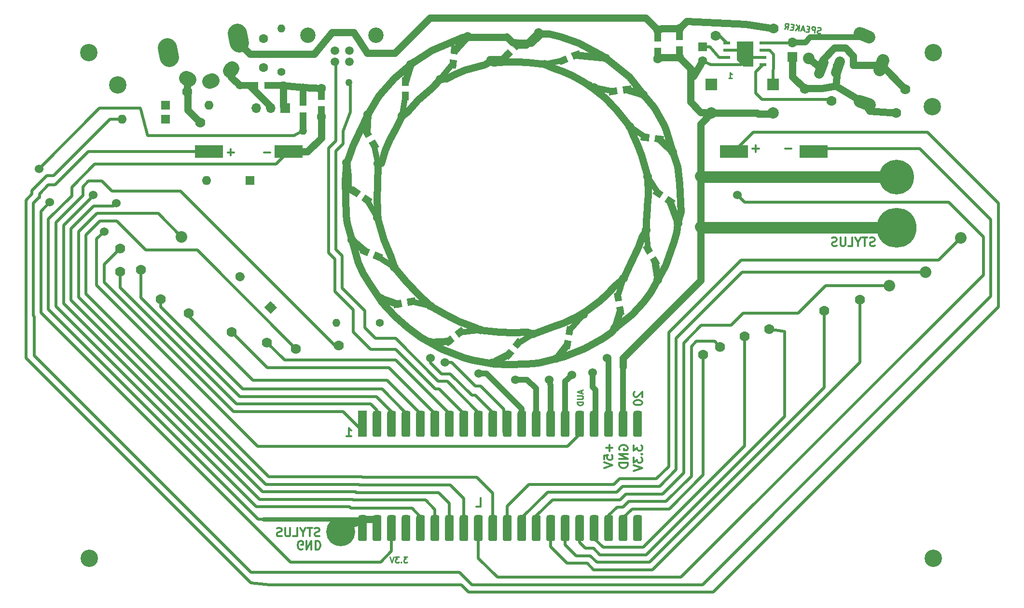
<source format=gbr>
G04 #@! TF.GenerationSoftware,KiCad,Pcbnew,(5.1.0-875-g6f8a0a4ee)*
G04 #@! TF.CreationDate,2019-06-08T21:53:14-07:00*
G04 #@! TF.ProjectId,Stylish-Belt-Synth - Full,5374796c-6973-4682-9d42-656c742d5379,rev?*
G04 #@! TF.SameCoordinates,Original*
G04 #@! TF.FileFunction,Copper,L2,Bot*
G04 #@! TF.FilePolarity,Positive*
%FSLAX46Y46*%
G04 Gerber Fmt 4.6, Leading zero omitted, Abs format (unit mm)*
G04 Created by KiCad (PCBNEW (5.1.0-875-g6f8a0a4ee)) date 2019-06-08 21:53:14*
%MOMM*%
%LPD*%
G04 APERTURE LIST*
%ADD10C,0.254000*%
%ADD11C,0.300000*%
%ADD12C,0.100000*%
%ADD13C,6.096000*%
%ADD14C,6.985000*%
%ADD15C,3.049000*%
%ADD16R,5.000000X2.250000*%
%ADD17R,1.600000X1.600000*%
%ADD18O,1.600000X1.600000*%
%ADD19C,1.600000*%
%ADD20C,1.600000*%
%ADD21R,1.700000X1.700000*%
%ADD22O,1.700000X1.700000*%
%ADD23C,3.352800*%
%ADD24C,3.352800*%
%ADD25C,2.540000*%
%ADD26C,2.540000*%
%ADD27C,2.200000*%
%ADD28C,2.200000*%
%ADD29C,1.778000*%
%ADD30C,1.778000*%
%ADD31O,1.400000X1.400000*%
%ADD32C,1.400000*%
%ADD33R,1.270000X2.286000*%
%ADD34R,2.000000X2.000000*%
%ADD35C,2.000000*%
%ADD36C,5.080000*%
%ADD37C,1.250000*%
%ADD38R,1.250000X1.500000*%
%ADD39R,3.048000X1.270000*%
%ADD40R,1.270000X3.048000*%
%ADD41C,1.524000*%
%ADD42R,1.524000X4.572000*%
%ADD43R,1.143000X0.508000*%
%ADD44C,2.700000*%
%ADD45C,1.520000*%
%ADD46C,2.032000*%
%ADD47C,1.270000*%
%ADD48C,0.508000*%
%ADD49C,1.016000*%
%ADD50C,1.270000*%
%ADD51C,2.032000*%
%ADD52C,0.762000*%
G04 APERTURE END LIST*
D10*
X130023809Y-149176619D02*
X129394857Y-149176619D01*
X129733523Y-149563666D01*
X129588380Y-149563666D01*
X129491619Y-149612047D01*
X129443238Y-149660428D01*
X129394857Y-149757190D01*
X129394857Y-149999095D01*
X129443238Y-150095857D01*
X129491619Y-150144238D01*
X129588380Y-150192619D01*
X129878666Y-150192619D01*
X129975428Y-150144238D01*
X130023809Y-150095857D01*
X128959428Y-150095857D02*
X128911047Y-150144238D01*
X128959428Y-150192619D01*
X129007809Y-150144238D01*
X128959428Y-150095857D01*
X128959428Y-150192619D01*
X128572380Y-149176619D02*
X127943428Y-149176619D01*
X128282095Y-149563666D01*
X128136952Y-149563666D01*
X128040190Y-149612047D01*
X127991809Y-149660428D01*
X127943428Y-149757190D01*
X127943428Y-149999095D01*
X127991809Y-150095857D01*
X128040190Y-150144238D01*
X128136952Y-150192619D01*
X128427238Y-150192619D01*
X128524000Y-150144238D01*
X128572380Y-150095857D01*
X127653142Y-149176619D02*
X127314476Y-150192619D01*
X126975809Y-149176619D01*
X160570333Y-120002904D02*
X160570333Y-120486714D01*
X160860619Y-119906142D02*
X159844619Y-120244809D01*
X160860619Y-120583476D01*
X159844619Y-120922142D02*
X160667095Y-120922142D01*
X160763857Y-120970523D01*
X160812238Y-121018904D01*
X160860619Y-121115666D01*
X160860619Y-121309190D01*
X160812238Y-121405952D01*
X160763857Y-121454333D01*
X160667095Y-121502714D01*
X159844619Y-121502714D01*
X160860619Y-121986523D02*
X159844619Y-121986523D01*
X159844619Y-122228428D01*
X159893000Y-122373571D01*
X159989761Y-122470333D01*
X160086523Y-122518714D01*
X160280047Y-122567095D01*
X160425190Y-122567095D01*
X160618714Y-122518714D01*
X160715476Y-122470333D01*
X160812238Y-122373571D01*
X160860619Y-122228428D01*
X160860619Y-121986523D01*
D11*
X105981428Y-78212142D02*
X104838571Y-78212142D01*
X99631428Y-78212142D02*
X98488571Y-78212142D01*
X99060000Y-78783571D02*
X99060000Y-77640714D01*
X197421428Y-77577142D02*
X196278571Y-77577142D01*
X191706428Y-77577142D02*
X190563571Y-77577142D01*
X191135000Y-78148571D02*
X191135000Y-77005714D01*
D10*
X186399714Y-65229619D02*
X186980285Y-65229619D01*
X186690000Y-65229619D02*
X186690000Y-64213619D01*
X186786761Y-64358761D01*
X186883523Y-64455523D01*
X186980285Y-64503904D01*
D11*
X111633142Y-147816000D02*
X111490285Y-147887428D01*
X111276000Y-147887428D01*
X111061714Y-147816000D01*
X110918857Y-147673142D01*
X110847428Y-147530285D01*
X110776000Y-147244571D01*
X110776000Y-147030285D01*
X110847428Y-146744571D01*
X110918857Y-146601714D01*
X111061714Y-146458857D01*
X111276000Y-146387428D01*
X111418857Y-146387428D01*
X111633142Y-146458857D01*
X111704571Y-146530285D01*
X111704571Y-147030285D01*
X111418857Y-147030285D01*
X112347428Y-146387428D02*
X112347428Y-147887428D01*
X113204571Y-146387428D01*
X113204571Y-147887428D01*
X113918857Y-146387428D02*
X113918857Y-147887428D01*
X114276000Y-147887428D01*
X114490285Y-147816000D01*
X114633142Y-147673142D01*
X114704571Y-147530285D01*
X114776000Y-147244571D01*
X114776000Y-147030285D01*
X114704571Y-146744571D01*
X114633142Y-146601714D01*
X114490285Y-146458857D01*
X114276000Y-146387428D01*
X113918857Y-146387428D01*
X142156714Y-140378571D02*
X142871000Y-140378571D01*
X142871000Y-138878571D01*
X169739571Y-129611714D02*
X169739571Y-130540285D01*
X170311000Y-130040285D01*
X170311000Y-130254571D01*
X170382428Y-130397428D01*
X170453857Y-130468857D01*
X170596714Y-130540285D01*
X170953857Y-130540285D01*
X171096714Y-130468857D01*
X171168142Y-130397428D01*
X171239571Y-130254571D01*
X171239571Y-129826000D01*
X171168142Y-129683142D01*
X171096714Y-129611714D01*
X171096714Y-131183142D02*
X171168142Y-131254571D01*
X171239571Y-131183142D01*
X171168142Y-131111714D01*
X171096714Y-131183142D01*
X171239571Y-131183142D01*
X169739571Y-131754571D02*
X169739571Y-132683142D01*
X170311000Y-132183142D01*
X170311000Y-132397428D01*
X170382428Y-132540285D01*
X170453857Y-132611714D01*
X170596714Y-132683142D01*
X170953857Y-132683142D01*
X171096714Y-132611714D01*
X171168142Y-132540285D01*
X171239571Y-132397428D01*
X171239571Y-131968857D01*
X171168142Y-131826000D01*
X171096714Y-131754571D01*
X169739571Y-133111714D02*
X171239571Y-133611714D01*
X169739571Y-134111714D01*
X167271000Y-130429142D02*
X167199571Y-130286285D01*
X167199571Y-130072000D01*
X167271000Y-129857714D01*
X167413857Y-129714857D01*
X167556714Y-129643428D01*
X167842428Y-129572000D01*
X168056714Y-129572000D01*
X168342428Y-129643428D01*
X168485285Y-129714857D01*
X168628142Y-129857714D01*
X168699571Y-130072000D01*
X168699571Y-130214857D01*
X168628142Y-130429142D01*
X168556714Y-130500571D01*
X168056714Y-130500571D01*
X168056714Y-130214857D01*
X168699571Y-131143428D02*
X167199571Y-131143428D01*
X168699571Y-132000571D01*
X167199571Y-132000571D01*
X168699571Y-132714857D02*
X167199571Y-132714857D01*
X167199571Y-133072000D01*
X167271000Y-133286285D01*
X167413857Y-133429142D01*
X167556714Y-133500571D01*
X167842428Y-133572000D01*
X168056714Y-133572000D01*
X168342428Y-133500571D01*
X168485285Y-133429142D01*
X168628142Y-133286285D01*
X168699571Y-133072000D01*
X168699571Y-132714857D01*
X165461142Y-129516428D02*
X165461142Y-130659285D01*
X166032571Y-130087857D02*
X164889714Y-130087857D01*
X164532571Y-132087857D02*
X164532571Y-131373571D01*
X165246857Y-131302142D01*
X165175428Y-131373571D01*
X165104000Y-131516428D01*
X165104000Y-131873571D01*
X165175428Y-132016428D01*
X165246857Y-132087857D01*
X165389714Y-132159285D01*
X165746857Y-132159285D01*
X165889714Y-132087857D01*
X165961142Y-132016428D01*
X166032571Y-131873571D01*
X166032571Y-131516428D01*
X165961142Y-131373571D01*
X165889714Y-131302142D01*
X164532571Y-132587857D02*
X166032571Y-133087857D01*
X164532571Y-133587857D01*
X212030000Y-94587142D02*
X211815714Y-94658571D01*
X211458571Y-94658571D01*
X211315714Y-94587142D01*
X211244285Y-94515714D01*
X211172857Y-94372857D01*
X211172857Y-94230000D01*
X211244285Y-94087142D01*
X211315714Y-94015714D01*
X211458571Y-93944285D01*
X211744285Y-93872857D01*
X211887142Y-93801428D01*
X211958571Y-93730000D01*
X212030000Y-93587142D01*
X212030000Y-93444285D01*
X211958571Y-93301428D01*
X211887142Y-93230000D01*
X211744285Y-93158571D01*
X211387142Y-93158571D01*
X211172857Y-93230000D01*
X210744285Y-93158571D02*
X209887142Y-93158571D01*
X210315714Y-94658571D02*
X210315714Y-93158571D01*
X209101428Y-93944285D02*
X209101428Y-94658571D01*
X209601428Y-93158571D02*
X209101428Y-93944285D01*
X208601428Y-93158571D01*
X207387142Y-94658571D02*
X208101428Y-94658571D01*
X208101428Y-93158571D01*
X206887142Y-93158571D02*
X206887142Y-94372857D01*
X206815714Y-94515714D01*
X206744285Y-94587142D01*
X206601428Y-94658571D01*
X206315714Y-94658571D01*
X206172857Y-94587142D01*
X206101428Y-94515714D01*
X206030000Y-94372857D01*
X206030000Y-93158571D01*
X205387142Y-94587142D02*
X205172857Y-94658571D01*
X204815714Y-94658571D01*
X204672857Y-94587142D01*
X204601428Y-94515714D01*
X204530000Y-94372857D01*
X204530000Y-94230000D01*
X204601428Y-94087142D01*
X204672857Y-94015714D01*
X204815714Y-93944285D01*
X205101428Y-93872857D01*
X205244285Y-93801428D01*
X205315714Y-93730000D01*
X205387142Y-93587142D01*
X205387142Y-93444285D01*
X205315714Y-93301428D01*
X205244285Y-93230000D01*
X205101428Y-93158571D01*
X204744285Y-93158571D01*
X204530000Y-93230000D01*
D12*
G36*
X190627000Y-63119000D02*
G01*
X188976000Y-63119000D01*
X187833000Y-61976000D01*
X187833000Y-58801000D01*
X190627000Y-58801000D01*
X190627000Y-63119000D01*
G37*
X190627000Y-63119000D02*
X188976000Y-63119000D01*
X187833000Y-61976000D01*
X187833000Y-58801000D01*
X190627000Y-58801000D01*
X190627000Y-63119000D01*
D10*
X202485214Y-57309370D02*
X202335257Y-57339702D01*
X202095155Y-57310222D01*
X202005010Y-57250409D01*
X201962886Y-57196492D01*
X201926658Y-57094556D01*
X201938451Y-56998515D01*
X201998263Y-56908370D01*
X202052180Y-56866246D01*
X202154116Y-56830018D01*
X202352094Y-56805583D01*
X202454031Y-56769355D01*
X202507947Y-56727230D01*
X202567760Y-56637086D01*
X202579552Y-56541045D01*
X202543324Y-56439108D01*
X202501200Y-56385192D01*
X202411055Y-56325379D01*
X202170954Y-56295898D01*
X202020997Y-56326230D01*
X201470891Y-57233572D02*
X201594710Y-56225145D01*
X201210547Y-56177975D01*
X201108610Y-56214203D01*
X201054694Y-56256328D01*
X200994881Y-56346472D01*
X200977193Y-56490533D01*
X201013421Y-56592470D01*
X201055545Y-56646386D01*
X201145690Y-56706199D01*
X201529852Y-56753368D01*
X200527321Y-56581529D02*
X200191179Y-56540256D01*
X199982260Y-57050791D02*
X200462464Y-57109752D01*
X200586283Y-56101325D01*
X200106080Y-56042364D01*
X199633475Y-56715500D02*
X199153271Y-56656538D01*
X199694138Y-57015414D02*
X199481815Y-55965714D01*
X199021854Y-56932868D01*
X198685712Y-56891595D02*
X198809531Y-55883168D01*
X198109468Y-56820841D02*
X198612404Y-56297662D01*
X198233287Y-55812414D02*
X198738777Y-56459412D01*
X197742142Y-56239552D02*
X197406000Y-56198279D01*
X197197081Y-56708814D02*
X197677285Y-56767775D01*
X197801104Y-55759348D01*
X197320901Y-55700387D01*
X196188655Y-56584994D02*
X196583758Y-56146064D01*
X196764898Y-56655748D02*
X196888718Y-55647321D01*
X196504555Y-55600152D01*
X196402618Y-55636380D01*
X196348702Y-55678504D01*
X196288889Y-55768649D01*
X196271201Y-55912710D01*
X196307429Y-56014647D01*
X196349553Y-56068563D01*
X196439697Y-56128376D01*
X196823860Y-56175545D01*
D11*
X169882428Y-120269142D02*
X169811000Y-120340571D01*
X169739571Y-120483428D01*
X169739571Y-120840571D01*
X169811000Y-120983428D01*
X169882428Y-121054857D01*
X170025285Y-121126285D01*
X170168142Y-121126285D01*
X170382428Y-121054857D01*
X171239571Y-120197714D01*
X171239571Y-121126285D01*
X169739571Y-122054857D02*
X169739571Y-122197714D01*
X169811000Y-122340571D01*
X169882428Y-122412000D01*
X170025285Y-122483428D01*
X170311000Y-122554857D01*
X170668142Y-122554857D01*
X170953857Y-122483428D01*
X171096714Y-122412000D01*
X171168142Y-122340571D01*
X171239571Y-122197714D01*
X171239571Y-122054857D01*
X171168142Y-121912000D01*
X171096714Y-121840571D01*
X170953857Y-121769142D01*
X170668142Y-121697714D01*
X170311000Y-121697714D01*
X170025285Y-121769142D01*
X169882428Y-121840571D01*
X169811000Y-121912000D01*
X169739571Y-122054857D01*
X119332428Y-128059571D02*
X120189571Y-128059571D01*
X119761000Y-128059571D02*
X119761000Y-126559571D01*
X119903857Y-126773857D01*
X120046714Y-126916714D01*
X120189571Y-126988142D01*
X114621000Y-145514142D02*
X114406714Y-145585571D01*
X114049571Y-145585571D01*
X113906714Y-145514142D01*
X113835285Y-145442714D01*
X113763857Y-145299857D01*
X113763857Y-145157000D01*
X113835285Y-145014142D01*
X113906714Y-144942714D01*
X114049571Y-144871285D01*
X114335285Y-144799857D01*
X114478142Y-144728428D01*
X114549571Y-144657000D01*
X114621000Y-144514142D01*
X114621000Y-144371285D01*
X114549571Y-144228428D01*
X114478142Y-144157000D01*
X114335285Y-144085571D01*
X113978142Y-144085571D01*
X113763857Y-144157000D01*
X113335285Y-144085571D02*
X112478142Y-144085571D01*
X112906714Y-145585571D02*
X112906714Y-144085571D01*
X111692428Y-144871285D02*
X111692428Y-145585571D01*
X112192428Y-144085571D02*
X111692428Y-144871285D01*
X111192428Y-144085571D01*
X109978142Y-145585571D02*
X110692428Y-145585571D01*
X110692428Y-144085571D01*
X109478142Y-144085571D02*
X109478142Y-145299857D01*
X109406714Y-145442714D01*
X109335285Y-145514142D01*
X109192428Y-145585571D01*
X108906714Y-145585571D01*
X108763857Y-145514142D01*
X108692428Y-145442714D01*
X108621000Y-145299857D01*
X108621000Y-144085571D01*
X107978142Y-145514142D02*
X107763857Y-145585571D01*
X107406714Y-145585571D01*
X107263857Y-145514142D01*
X107192428Y-145442714D01*
X107121000Y-145299857D01*
X107121000Y-145157000D01*
X107192428Y-145014142D01*
X107263857Y-144942714D01*
X107406714Y-144871285D01*
X107692428Y-144799857D01*
X107835285Y-144728428D01*
X107906714Y-144657000D01*
X107978142Y-144514142D01*
X107978142Y-144371285D01*
X107906714Y-144228428D01*
X107835285Y-144157000D01*
X107692428Y-144085571D01*
X107335285Y-144085571D01*
X107121000Y-144157000D01*
D13*
X215900000Y-82550000D03*
D14*
X215900000Y-91440000D03*
D15*
X79248000Y-66421000D03*
X222123000Y-70231000D03*
D16*
X187325000Y-78105000D03*
D17*
X102400000Y-83120000D03*
D18*
X94780000Y-83120000D03*
D19*
X106045000Y-105410000D03*
D12*
G36*
X107176371Y-105410000D02*
G01*
X106045000Y-106541371D01*
X104913629Y-105410000D01*
X106045000Y-104278629D01*
X107176371Y-105410000D01*
X107176371Y-105410000D01*
G37*
D19*
X100656846Y-100021846D03*
D20*
X100656846Y-100021846D02*
X100656846Y-100021846D01*
D17*
X87630000Y-72390000D03*
D18*
X80010000Y-72390000D03*
D17*
X87630000Y-69977000D03*
D18*
X95250000Y-69977000D03*
D21*
X108585000Y-70485000D03*
D22*
X106045000Y-70485000D03*
X103505000Y-70485000D03*
D23*
X88096124Y-60740646D03*
D24*
X88275677Y-61585374D02*
X87916571Y-59895918D01*
D23*
X100371876Y-58131354D03*
D24*
X100551429Y-58976082D02*
X100192323Y-57286626D01*
D25*
X91500365Y-65333223D03*
D26*
X91734173Y-65432469D02*
X91266557Y-65233977D01*
D25*
X99129916Y-63711512D03*
D26*
X99303144Y-63525748D02*
X98956688Y-63897276D01*
D25*
X95564635Y-65696145D03*
D26*
X95813084Y-65643335D02*
X95316186Y-65748955D01*
D27*
X213230000Y-62890000D03*
D28*
X213537818Y-62044277D02*
X212922182Y-63735723D01*
D27*
X210263407Y-69578746D03*
D28*
X211109130Y-69886564D02*
X209417684Y-69270928D01*
D29*
X205566324Y-63186766D03*
D30*
X205913816Y-62232038D02*
X205218832Y-64141494D01*
D29*
X202618730Y-63390942D03*
D30*
X202966222Y-62436214D02*
X202271238Y-64345670D01*
D27*
X210241293Y-57651906D03*
D28*
X211087016Y-57959724D02*
X209395570Y-57344088D01*
D16*
X95250000Y-78105000D03*
X109220000Y-78105000D03*
X201295000Y-78105000D03*
D31*
X107950000Y-56515000D03*
D32*
X107950000Y-64135000D03*
D17*
X181864000Y-59690000D03*
D19*
X181864000Y-62190000D03*
D33*
X173990000Y-60960000D03*
D19*
X173990000Y-61769000D03*
X173990000Y-56769000D03*
D33*
X173990000Y-57658000D03*
D34*
X183388000Y-66294000D03*
D35*
X183388000Y-71294000D03*
D34*
X194183000Y-66294000D03*
D35*
X194183000Y-71294000D03*
D36*
X118364000Y-144780000D03*
D21*
X197620000Y-61430000D03*
D22*
X197620000Y-58890000D03*
D19*
X104775000Y-63293000D03*
X104775000Y-58293000D03*
D33*
X177800000Y-60706000D03*
D19*
X177800000Y-61515000D03*
X177800000Y-56515000D03*
D33*
X177800000Y-57404000D03*
X114935000Y-71191000D03*
D19*
X114935000Y-72000000D03*
X114935000Y-67000000D03*
D33*
X114935000Y-67889000D03*
D37*
X138306661Y-60224848D03*
D12*
G36*
X138849841Y-61036070D02*
G01*
X137606688Y-60905409D01*
X137763481Y-59413626D01*
X139006634Y-59544287D01*
X138849841Y-61036070D01*
X138849841Y-61036070D01*
G37*
D37*
X138045339Y-62711152D03*
D12*
G36*
X138588519Y-63522374D02*
G01*
X137345366Y-63391713D01*
X137502159Y-61899930D01*
X138745312Y-62030591D01*
X138588519Y-63522374D01*
X138588519Y-63522374D01*
G37*
D38*
X129667000Y-68306000D03*
X129667000Y-65806000D03*
D37*
X122946000Y-74736468D03*
D12*
G36*
X123862266Y-75073487D02*
G01*
X122779734Y-75698487D01*
X122029734Y-74399449D01*
X123112266Y-73774449D01*
X123862266Y-75073487D01*
X123862266Y-75073487D01*
G37*
D37*
X124196000Y-76901532D03*
D12*
G36*
X125112266Y-77238551D02*
G01*
X124029734Y-77863551D01*
X123279734Y-76564513D01*
X124362266Y-75939513D01*
X125112266Y-77238551D01*
X125112266Y-77238551D01*
G37*
D37*
X122943940Y-86568971D03*
D12*
G36*
X123916789Y-86487183D02*
G01*
X123199819Y-87511123D01*
X121971091Y-86650759D01*
X122688061Y-85626819D01*
X123916789Y-86487183D01*
X123916789Y-86487183D01*
G37*
D37*
X120896060Y-85135029D03*
D12*
G36*
X121868909Y-85053241D02*
G01*
X121151939Y-86077181D01*
X119923211Y-85216817D01*
X120640181Y-84192877D01*
X121868909Y-85053241D01*
X121868909Y-85053241D01*
G37*
D37*
X122543151Y-95533646D03*
D12*
G36*
X123475238Y-95243234D02*
G01*
X122996884Y-96398083D01*
X121611064Y-95824058D01*
X122089418Y-94669209D01*
X123475238Y-95243234D01*
X123475238Y-95243234D01*
G37*
D37*
X124852849Y-96490354D03*
D12*
G36*
X125784936Y-96199942D02*
G01*
X125306582Y-97354791D01*
X123920762Y-96780766D01*
X124399116Y-95625917D01*
X125784936Y-96199942D01*
X125784936Y-96199942D01*
G37*
D37*
X130771010Y-104402940D03*
D12*
G36*
X131401086Y-103657199D02*
G01*
X131618146Y-104888209D01*
X130140934Y-105148681D01*
X129923874Y-103917671D01*
X131401086Y-103657199D01*
X131401086Y-103657199D01*
G37*
D37*
X128308990Y-104837060D03*
D12*
G36*
X128939066Y-104091319D02*
G01*
X129156126Y-105322329D01*
X127678914Y-105582801D01*
X127461854Y-104351791D01*
X128939066Y-104091319D01*
X128939066Y-104091319D01*
G37*
D37*
X137308308Y-111300952D03*
D12*
G36*
X137522847Y-110348535D02*
G01*
X138283799Y-111340227D01*
X137093769Y-112253369D01*
X136332817Y-111261677D01*
X137522847Y-110348535D01*
X137522847Y-110348535D01*
G37*
D37*
X139291692Y-109779048D03*
D12*
G36*
X139506231Y-108826631D02*
G01*
X140267183Y-109818323D01*
X139077153Y-110731465D01*
X138316201Y-109739773D01*
X139506231Y-108826631D01*
X139506231Y-108826631D01*
G37*
D37*
X149443484Y-111722445D03*
D12*
G36*
X149446797Y-110746169D02*
G01*
X150404352Y-111549654D01*
X149440171Y-112698721D01*
X148482616Y-111895236D01*
X149446797Y-110746169D01*
X149446797Y-110746169D01*
G37*
D37*
X147836516Y-113637555D03*
D12*
G36*
X147839829Y-112661279D02*
G01*
X148797384Y-113464764D01*
X147833203Y-114613831D01*
X146875648Y-113810346D01*
X147839829Y-112661279D01*
X147839829Y-112661279D01*
G37*
D37*
X158507060Y-109508990D03*
D12*
G36*
X158021791Y-108661854D02*
G01*
X159252801Y-108878914D01*
X158992329Y-110356126D01*
X157761319Y-110139066D01*
X158021791Y-108661854D01*
X158021791Y-108661854D01*
G37*
D37*
X158072940Y-111971010D03*
D12*
G36*
X157587671Y-111123874D02*
G01*
X158818681Y-111340934D01*
X158558209Y-112818146D01*
X157327199Y-112601086D01*
X157587671Y-111123874D01*
X157587671Y-111123874D01*
G37*
D37*
X167397060Y-106021010D03*
D12*
G36*
X166651319Y-105390934D02*
G01*
X167882329Y-105173874D01*
X168142801Y-106651086D01*
X166911791Y-106868146D01*
X166651319Y-105390934D01*
X166651319Y-105390934D01*
G37*
D37*
X166962940Y-103558990D03*
D12*
G36*
X166217199Y-102928914D02*
G01*
X167448209Y-102711854D01*
X167708681Y-104189066D01*
X166477671Y-104406126D01*
X166217199Y-102928914D01*
X166217199Y-102928914D01*
G37*
D37*
X172235000Y-95207468D03*
D12*
G36*
X171318734Y-94870449D02*
G01*
X172401266Y-94245449D01*
X173151266Y-95544487D01*
X172068734Y-96169487D01*
X171318734Y-94870449D01*
X171318734Y-94870449D01*
G37*
D37*
X173485000Y-97372532D03*
D12*
G36*
X172568734Y-97035513D02*
G01*
X173651266Y-96410513D01*
X174401266Y-97709551D01*
X173318734Y-98334551D01*
X172568734Y-97035513D01*
X172568734Y-97035513D01*
G37*
D37*
X176083940Y-86786971D03*
D12*
G36*
X175111091Y-86868759D02*
G01*
X175828061Y-85844819D01*
X177056789Y-86705183D01*
X176339819Y-87729123D01*
X175111091Y-86868759D01*
X175111091Y-86868759D01*
G37*
D37*
X174036060Y-85353029D03*
D12*
G36*
X173063211Y-85434817D02*
G01*
X173780181Y-84410877D01*
X175008909Y-85271241D01*
X174291939Y-86295181D01*
X173063211Y-85434817D01*
X173063211Y-85434817D01*
G37*
D37*
X174210683Y-75862337D03*
D12*
G36*
X173390105Y-76391276D02*
G01*
X173542442Y-75150594D01*
X175031261Y-75333398D01*
X174878924Y-76574080D01*
X173390105Y-76391276D01*
X173390105Y-76391276D01*
G37*
D37*
X171729317Y-75557663D03*
D12*
G36*
X170908739Y-76086602D02*
G01*
X171061076Y-74845920D01*
X172549895Y-75028724D01*
X172397558Y-76269406D01*
X170908739Y-76086602D01*
X170908739Y-76086602D01*
G37*
D37*
X166119317Y-67502337D03*
D12*
G36*
X165451076Y-68214080D02*
G01*
X165298739Y-66973398D01*
X166787558Y-66790594D01*
X166939895Y-68031276D01*
X165451076Y-68214080D01*
X165451076Y-68214080D01*
G37*
D37*
X168600683Y-67197663D03*
D12*
G36*
X167932442Y-67909406D02*
G01*
X167780105Y-66668724D01*
X169268924Y-66485920D01*
X169421261Y-67726602D01*
X167932442Y-67909406D01*
X167932442Y-67909406D01*
G37*
D37*
X159674849Y-61111646D03*
D12*
G36*
X159221116Y-61976083D02*
G01*
X158742762Y-60821234D01*
X160128582Y-60247209D01*
X160606936Y-61402058D01*
X159221116Y-61976083D01*
X159221116Y-61976083D01*
G37*
D37*
X157365151Y-62068354D03*
D12*
G36*
X156911418Y-62932791D02*
G01*
X156433064Y-61777942D01*
X157818884Y-61203917D01*
X158297238Y-62358766D01*
X156911418Y-62932791D01*
X156911418Y-62932791D01*
G37*
D37*
X147579117Y-61081883D03*
D12*
G36*
X147490729Y-62054155D02*
G01*
X146606845Y-61170271D01*
X147667505Y-60109611D01*
X148551389Y-60993495D01*
X147490729Y-62054155D01*
X147490729Y-62054155D01*
G37*
D37*
X149346883Y-59314117D03*
D12*
G36*
X149258495Y-60286389D02*
G01*
X148374611Y-59402505D01*
X149435271Y-58341845D01*
X150319155Y-59225729D01*
X149258495Y-60286389D01*
X149258495Y-60286389D01*
G37*
D39*
X106500000Y-66500000D03*
D31*
X108227200Y-66500000D03*
D32*
X100607200Y-66500000D03*
D39*
X102309000Y-66500000D03*
D40*
X111760000Y-72691000D03*
D31*
X111760000Y-74418200D03*
D32*
X111760000Y-66798200D03*
D40*
X111760000Y-68500000D03*
D31*
X117611800Y-108120000D03*
D32*
X125231800Y-108120000D03*
D12*
G36*
X122678710Y-141879644D02*
G01*
X122789015Y-141939337D01*
X122873960Y-142031613D01*
X122924342Y-142146470D01*
X122936000Y-142240000D01*
X122936000Y-146050000D01*
X122915356Y-146173710D01*
X122855663Y-146284015D01*
X122763387Y-146368960D01*
X122648530Y-146419342D01*
X122555000Y-146431000D01*
X121793000Y-146431000D01*
X121669290Y-146410356D01*
X121558985Y-146350663D01*
X121474040Y-146258387D01*
X121423658Y-146143530D01*
X121412000Y-146050000D01*
X121412000Y-142240000D01*
X121432644Y-142116290D01*
X121492337Y-142005985D01*
X121584613Y-141921040D01*
X121699470Y-141870658D01*
X121793000Y-141859000D01*
X122555000Y-141859000D01*
X122678710Y-141879644D01*
X122678710Y-141879644D01*
G37*
D41*
X122174000Y-144145000D03*
D12*
G36*
X125218710Y-141879644D02*
G01*
X125329015Y-141939337D01*
X125413960Y-142031613D01*
X125464342Y-142146470D01*
X125476000Y-142240000D01*
X125476000Y-146050000D01*
X125455356Y-146173710D01*
X125395663Y-146284015D01*
X125303387Y-146368960D01*
X125188530Y-146419342D01*
X125095000Y-146431000D01*
X124333000Y-146431000D01*
X124209290Y-146410356D01*
X124098985Y-146350663D01*
X124014040Y-146258387D01*
X123963658Y-146143530D01*
X123952000Y-146050000D01*
X123952000Y-142240000D01*
X123972644Y-142116290D01*
X124032337Y-142005985D01*
X124124613Y-141921040D01*
X124239470Y-141870658D01*
X124333000Y-141859000D01*
X125095000Y-141859000D01*
X125218710Y-141879644D01*
X125218710Y-141879644D01*
G37*
D41*
X124714000Y-144145000D03*
D12*
G36*
X127758710Y-141879644D02*
G01*
X127869015Y-141939337D01*
X127953960Y-142031613D01*
X128004342Y-142146470D01*
X128016000Y-142240000D01*
X128016000Y-146050000D01*
X127995356Y-146173710D01*
X127935663Y-146284015D01*
X127843387Y-146368960D01*
X127728530Y-146419342D01*
X127635000Y-146431000D01*
X126873000Y-146431000D01*
X126749290Y-146410356D01*
X126638985Y-146350663D01*
X126554040Y-146258387D01*
X126503658Y-146143530D01*
X126492000Y-146050000D01*
X126492000Y-142240000D01*
X126512644Y-142116290D01*
X126572337Y-142005985D01*
X126664613Y-141921040D01*
X126779470Y-141870658D01*
X126873000Y-141859000D01*
X127635000Y-141859000D01*
X127758710Y-141879644D01*
X127758710Y-141879644D01*
G37*
D41*
X127254000Y-144145000D03*
D12*
G36*
X130298710Y-141879644D02*
G01*
X130409015Y-141939337D01*
X130493960Y-142031613D01*
X130544342Y-142146470D01*
X130556000Y-142240000D01*
X130556000Y-146050000D01*
X130535356Y-146173710D01*
X130475663Y-146284015D01*
X130383387Y-146368960D01*
X130268530Y-146419342D01*
X130175000Y-146431000D01*
X129413000Y-146431000D01*
X129289290Y-146410356D01*
X129178985Y-146350663D01*
X129094040Y-146258387D01*
X129043658Y-146143530D01*
X129032000Y-146050000D01*
X129032000Y-142240000D01*
X129052644Y-142116290D01*
X129112337Y-142005985D01*
X129204613Y-141921040D01*
X129319470Y-141870658D01*
X129413000Y-141859000D01*
X130175000Y-141859000D01*
X130298710Y-141879644D01*
X130298710Y-141879644D01*
G37*
D41*
X129794000Y-144145000D03*
D12*
G36*
X132838710Y-141879644D02*
G01*
X132949015Y-141939337D01*
X133033960Y-142031613D01*
X133084342Y-142146470D01*
X133096000Y-142240000D01*
X133096000Y-146050000D01*
X133075356Y-146173710D01*
X133015663Y-146284015D01*
X132923387Y-146368960D01*
X132808530Y-146419342D01*
X132715000Y-146431000D01*
X131953000Y-146431000D01*
X131829290Y-146410356D01*
X131718985Y-146350663D01*
X131634040Y-146258387D01*
X131583658Y-146143530D01*
X131572000Y-146050000D01*
X131572000Y-142240000D01*
X131592644Y-142116290D01*
X131652337Y-142005985D01*
X131744613Y-141921040D01*
X131859470Y-141870658D01*
X131953000Y-141859000D01*
X132715000Y-141859000D01*
X132838710Y-141879644D01*
X132838710Y-141879644D01*
G37*
D41*
X132334000Y-144145000D03*
D12*
G36*
X135378710Y-141879644D02*
G01*
X135489015Y-141939337D01*
X135573960Y-142031613D01*
X135624342Y-142146470D01*
X135636000Y-142240000D01*
X135636000Y-146050000D01*
X135615356Y-146173710D01*
X135555663Y-146284015D01*
X135463387Y-146368960D01*
X135348530Y-146419342D01*
X135255000Y-146431000D01*
X134493000Y-146431000D01*
X134369290Y-146410356D01*
X134258985Y-146350663D01*
X134174040Y-146258387D01*
X134123658Y-146143530D01*
X134112000Y-146050000D01*
X134112000Y-142240000D01*
X134132644Y-142116290D01*
X134192337Y-142005985D01*
X134284613Y-141921040D01*
X134399470Y-141870658D01*
X134493000Y-141859000D01*
X135255000Y-141859000D01*
X135378710Y-141879644D01*
X135378710Y-141879644D01*
G37*
D41*
X134874000Y-144145000D03*
D12*
G36*
X137918710Y-141879644D02*
G01*
X138029015Y-141939337D01*
X138113960Y-142031613D01*
X138164342Y-142146470D01*
X138176000Y-142240000D01*
X138176000Y-146050000D01*
X138155356Y-146173710D01*
X138095663Y-146284015D01*
X138003387Y-146368960D01*
X137888530Y-146419342D01*
X137795000Y-146431000D01*
X137033000Y-146431000D01*
X136909290Y-146410356D01*
X136798985Y-146350663D01*
X136714040Y-146258387D01*
X136663658Y-146143530D01*
X136652000Y-146050000D01*
X136652000Y-142240000D01*
X136672644Y-142116290D01*
X136732337Y-142005985D01*
X136824613Y-141921040D01*
X136939470Y-141870658D01*
X137033000Y-141859000D01*
X137795000Y-141859000D01*
X137918710Y-141879644D01*
X137918710Y-141879644D01*
G37*
D41*
X137414000Y-144145000D03*
D12*
G36*
X140458710Y-141879644D02*
G01*
X140569015Y-141939337D01*
X140653960Y-142031613D01*
X140704342Y-142146470D01*
X140716000Y-142240000D01*
X140716000Y-146050000D01*
X140695356Y-146173710D01*
X140635663Y-146284015D01*
X140543387Y-146368960D01*
X140428530Y-146419342D01*
X140335000Y-146431000D01*
X139573000Y-146431000D01*
X139449290Y-146410356D01*
X139338985Y-146350663D01*
X139254040Y-146258387D01*
X139203658Y-146143530D01*
X139192000Y-146050000D01*
X139192000Y-142240000D01*
X139212644Y-142116290D01*
X139272337Y-142005985D01*
X139364613Y-141921040D01*
X139479470Y-141870658D01*
X139573000Y-141859000D01*
X140335000Y-141859000D01*
X140458710Y-141879644D01*
X140458710Y-141879644D01*
G37*
D41*
X139954000Y-144145000D03*
D12*
G36*
X142998710Y-141879644D02*
G01*
X143109015Y-141939337D01*
X143193960Y-142031613D01*
X143244342Y-142146470D01*
X143256000Y-142240000D01*
X143256000Y-146050000D01*
X143235356Y-146173710D01*
X143175663Y-146284015D01*
X143083387Y-146368960D01*
X142968530Y-146419342D01*
X142875000Y-146431000D01*
X142113000Y-146431000D01*
X141989290Y-146410356D01*
X141878985Y-146350663D01*
X141794040Y-146258387D01*
X141743658Y-146143530D01*
X141732000Y-146050000D01*
X141732000Y-142240000D01*
X141752644Y-142116290D01*
X141812337Y-142005985D01*
X141904613Y-141921040D01*
X142019470Y-141870658D01*
X142113000Y-141859000D01*
X142875000Y-141859000D01*
X142998710Y-141879644D01*
X142998710Y-141879644D01*
G37*
D41*
X142494000Y-144145000D03*
D12*
G36*
X145538710Y-141879644D02*
G01*
X145649015Y-141939337D01*
X145733960Y-142031613D01*
X145784342Y-142146470D01*
X145796000Y-142240000D01*
X145796000Y-146050000D01*
X145775356Y-146173710D01*
X145715663Y-146284015D01*
X145623387Y-146368960D01*
X145508530Y-146419342D01*
X145415000Y-146431000D01*
X144653000Y-146431000D01*
X144529290Y-146410356D01*
X144418985Y-146350663D01*
X144334040Y-146258387D01*
X144283658Y-146143530D01*
X144272000Y-146050000D01*
X144272000Y-142240000D01*
X144292644Y-142116290D01*
X144352337Y-142005985D01*
X144444613Y-141921040D01*
X144559470Y-141870658D01*
X144653000Y-141859000D01*
X145415000Y-141859000D01*
X145538710Y-141879644D01*
X145538710Y-141879644D01*
G37*
D41*
X145034000Y-144145000D03*
D12*
G36*
X148078710Y-141879644D02*
G01*
X148189015Y-141939337D01*
X148273960Y-142031613D01*
X148324342Y-142146470D01*
X148336000Y-142240000D01*
X148336000Y-146050000D01*
X148315356Y-146173710D01*
X148255663Y-146284015D01*
X148163387Y-146368960D01*
X148048530Y-146419342D01*
X147955000Y-146431000D01*
X147193000Y-146431000D01*
X147069290Y-146410356D01*
X146958985Y-146350663D01*
X146874040Y-146258387D01*
X146823658Y-146143530D01*
X146812000Y-146050000D01*
X146812000Y-142240000D01*
X146832644Y-142116290D01*
X146892337Y-142005985D01*
X146984613Y-141921040D01*
X147099470Y-141870658D01*
X147193000Y-141859000D01*
X147955000Y-141859000D01*
X148078710Y-141879644D01*
X148078710Y-141879644D01*
G37*
D41*
X147574000Y-144145000D03*
D12*
G36*
X150618710Y-141879644D02*
G01*
X150729015Y-141939337D01*
X150813960Y-142031613D01*
X150864342Y-142146470D01*
X150876000Y-142240000D01*
X150876000Y-146050000D01*
X150855356Y-146173710D01*
X150795663Y-146284015D01*
X150703387Y-146368960D01*
X150588530Y-146419342D01*
X150495000Y-146431000D01*
X149733000Y-146431000D01*
X149609290Y-146410356D01*
X149498985Y-146350663D01*
X149414040Y-146258387D01*
X149363658Y-146143530D01*
X149352000Y-146050000D01*
X149352000Y-142240000D01*
X149372644Y-142116290D01*
X149432337Y-142005985D01*
X149524613Y-141921040D01*
X149639470Y-141870658D01*
X149733000Y-141859000D01*
X150495000Y-141859000D01*
X150618710Y-141879644D01*
X150618710Y-141879644D01*
G37*
D41*
X150114000Y-144145000D03*
D12*
G36*
X153158710Y-141879644D02*
G01*
X153269015Y-141939337D01*
X153353960Y-142031613D01*
X153404342Y-142146470D01*
X153416000Y-142240000D01*
X153416000Y-146050000D01*
X153395356Y-146173710D01*
X153335663Y-146284015D01*
X153243387Y-146368960D01*
X153128530Y-146419342D01*
X153035000Y-146431000D01*
X152273000Y-146431000D01*
X152149290Y-146410356D01*
X152038985Y-146350663D01*
X151954040Y-146258387D01*
X151903658Y-146143530D01*
X151892000Y-146050000D01*
X151892000Y-142240000D01*
X151912644Y-142116290D01*
X151972337Y-142005985D01*
X152064613Y-141921040D01*
X152179470Y-141870658D01*
X152273000Y-141859000D01*
X153035000Y-141859000D01*
X153158710Y-141879644D01*
X153158710Y-141879644D01*
G37*
D41*
X152654000Y-144145000D03*
D12*
G36*
X155698710Y-141879644D02*
G01*
X155809015Y-141939337D01*
X155893960Y-142031613D01*
X155944342Y-142146470D01*
X155956000Y-142240000D01*
X155956000Y-146050000D01*
X155935356Y-146173710D01*
X155875663Y-146284015D01*
X155783387Y-146368960D01*
X155668530Y-146419342D01*
X155575000Y-146431000D01*
X154813000Y-146431000D01*
X154689290Y-146410356D01*
X154578985Y-146350663D01*
X154494040Y-146258387D01*
X154443658Y-146143530D01*
X154432000Y-146050000D01*
X154432000Y-142240000D01*
X154452644Y-142116290D01*
X154512337Y-142005985D01*
X154604613Y-141921040D01*
X154719470Y-141870658D01*
X154813000Y-141859000D01*
X155575000Y-141859000D01*
X155698710Y-141879644D01*
X155698710Y-141879644D01*
G37*
D41*
X155194000Y-144145000D03*
D12*
G36*
X158238710Y-141879644D02*
G01*
X158349015Y-141939337D01*
X158433960Y-142031613D01*
X158484342Y-142146470D01*
X158496000Y-142240000D01*
X158496000Y-146050000D01*
X158475356Y-146173710D01*
X158415663Y-146284015D01*
X158323387Y-146368960D01*
X158208530Y-146419342D01*
X158115000Y-146431000D01*
X157353000Y-146431000D01*
X157229290Y-146410356D01*
X157118985Y-146350663D01*
X157034040Y-146258387D01*
X156983658Y-146143530D01*
X156972000Y-146050000D01*
X156972000Y-142240000D01*
X156992644Y-142116290D01*
X157052337Y-142005985D01*
X157144613Y-141921040D01*
X157259470Y-141870658D01*
X157353000Y-141859000D01*
X158115000Y-141859000D01*
X158238710Y-141879644D01*
X158238710Y-141879644D01*
G37*
D41*
X157734000Y-144145000D03*
D12*
G36*
X160778710Y-141879644D02*
G01*
X160889015Y-141939337D01*
X160973960Y-142031613D01*
X161024342Y-142146470D01*
X161036000Y-142240000D01*
X161036000Y-146050000D01*
X161015356Y-146173710D01*
X160955663Y-146284015D01*
X160863387Y-146368960D01*
X160748530Y-146419342D01*
X160655000Y-146431000D01*
X159893000Y-146431000D01*
X159769290Y-146410356D01*
X159658985Y-146350663D01*
X159574040Y-146258387D01*
X159523658Y-146143530D01*
X159512000Y-146050000D01*
X159512000Y-142240000D01*
X159532644Y-142116290D01*
X159592337Y-142005985D01*
X159684613Y-141921040D01*
X159799470Y-141870658D01*
X159893000Y-141859000D01*
X160655000Y-141859000D01*
X160778710Y-141879644D01*
X160778710Y-141879644D01*
G37*
D41*
X160274000Y-144145000D03*
D12*
G36*
X163318710Y-141879644D02*
G01*
X163429015Y-141939337D01*
X163513960Y-142031613D01*
X163564342Y-142146470D01*
X163576000Y-142240000D01*
X163576000Y-146050000D01*
X163555356Y-146173710D01*
X163495663Y-146284015D01*
X163403387Y-146368960D01*
X163288530Y-146419342D01*
X163195000Y-146431000D01*
X162433000Y-146431000D01*
X162309290Y-146410356D01*
X162198985Y-146350663D01*
X162114040Y-146258387D01*
X162063658Y-146143530D01*
X162052000Y-146050000D01*
X162052000Y-142240000D01*
X162072644Y-142116290D01*
X162132337Y-142005985D01*
X162224613Y-141921040D01*
X162339470Y-141870658D01*
X162433000Y-141859000D01*
X163195000Y-141859000D01*
X163318710Y-141879644D01*
X163318710Y-141879644D01*
G37*
D41*
X162814000Y-144145000D03*
D12*
G36*
X165858710Y-141879644D02*
G01*
X165969015Y-141939337D01*
X166053960Y-142031613D01*
X166104342Y-142146470D01*
X166116000Y-142240000D01*
X166116000Y-146050000D01*
X166095356Y-146173710D01*
X166035663Y-146284015D01*
X165943387Y-146368960D01*
X165828530Y-146419342D01*
X165735000Y-146431000D01*
X164973000Y-146431000D01*
X164849290Y-146410356D01*
X164738985Y-146350663D01*
X164654040Y-146258387D01*
X164603658Y-146143530D01*
X164592000Y-146050000D01*
X164592000Y-142240000D01*
X164612644Y-142116290D01*
X164672337Y-142005985D01*
X164764613Y-141921040D01*
X164879470Y-141870658D01*
X164973000Y-141859000D01*
X165735000Y-141859000D01*
X165858710Y-141879644D01*
X165858710Y-141879644D01*
G37*
D41*
X165354000Y-144145000D03*
D12*
G36*
X168398710Y-141879644D02*
G01*
X168509015Y-141939337D01*
X168593960Y-142031613D01*
X168644342Y-142146470D01*
X168656000Y-142240000D01*
X168656000Y-146050000D01*
X168635356Y-146173710D01*
X168575663Y-146284015D01*
X168483387Y-146368960D01*
X168368530Y-146419342D01*
X168275000Y-146431000D01*
X167513000Y-146431000D01*
X167389290Y-146410356D01*
X167278985Y-146350663D01*
X167194040Y-146258387D01*
X167143658Y-146143530D01*
X167132000Y-146050000D01*
X167132000Y-142240000D01*
X167152644Y-142116290D01*
X167212337Y-142005985D01*
X167304613Y-141921040D01*
X167419470Y-141870658D01*
X167513000Y-141859000D01*
X168275000Y-141859000D01*
X168398710Y-141879644D01*
X168398710Y-141879644D01*
G37*
D41*
X167894000Y-144145000D03*
D12*
G36*
X170938710Y-141879644D02*
G01*
X171049015Y-141939337D01*
X171133960Y-142031613D01*
X171184342Y-142146470D01*
X171196000Y-142240000D01*
X171196000Y-146050000D01*
X171175356Y-146173710D01*
X171115663Y-146284015D01*
X171023387Y-146368960D01*
X170908530Y-146419342D01*
X170815000Y-146431000D01*
X170053000Y-146431000D01*
X169929290Y-146410356D01*
X169818985Y-146350663D01*
X169734040Y-146258387D01*
X169683658Y-146143530D01*
X169672000Y-146050000D01*
X169672000Y-142240000D01*
X169692644Y-142116290D01*
X169752337Y-142005985D01*
X169844613Y-141921040D01*
X169959470Y-141870658D01*
X170053000Y-141859000D01*
X170815000Y-141859000D01*
X170938710Y-141879644D01*
X170938710Y-141879644D01*
G37*
D41*
X170434000Y-144145000D03*
D12*
G36*
X170938710Y-123591644D02*
G01*
X171049015Y-123651337D01*
X171133960Y-123743613D01*
X171184342Y-123858470D01*
X171196000Y-123952000D01*
X171196000Y-127762000D01*
X171175356Y-127885710D01*
X171115663Y-127996015D01*
X171023387Y-128080960D01*
X170908530Y-128131342D01*
X170815000Y-128143000D01*
X170053000Y-128143000D01*
X169929290Y-128122356D01*
X169818985Y-128062663D01*
X169734040Y-127970387D01*
X169683658Y-127855530D01*
X169672000Y-127762000D01*
X169672000Y-123952000D01*
X169692644Y-123828290D01*
X169752337Y-123717985D01*
X169844613Y-123633040D01*
X169959470Y-123582658D01*
X170053000Y-123571000D01*
X170815000Y-123571000D01*
X170938710Y-123591644D01*
X170938710Y-123591644D01*
G37*
D41*
X170434000Y-125857000D03*
D12*
G36*
X168398710Y-123591644D02*
G01*
X168509015Y-123651337D01*
X168593960Y-123743613D01*
X168644342Y-123858470D01*
X168656000Y-123952000D01*
X168656000Y-127762000D01*
X168635356Y-127885710D01*
X168575663Y-127996015D01*
X168483387Y-128080960D01*
X168368530Y-128131342D01*
X168275000Y-128143000D01*
X167513000Y-128143000D01*
X167389290Y-128122356D01*
X167278985Y-128062663D01*
X167194040Y-127970387D01*
X167143658Y-127855530D01*
X167132000Y-127762000D01*
X167132000Y-123952000D01*
X167152644Y-123828290D01*
X167212337Y-123717985D01*
X167304613Y-123633040D01*
X167419470Y-123582658D01*
X167513000Y-123571000D01*
X168275000Y-123571000D01*
X168398710Y-123591644D01*
X168398710Y-123591644D01*
G37*
D41*
X167894000Y-125857000D03*
D12*
G36*
X165858710Y-123591644D02*
G01*
X165969015Y-123651337D01*
X166053960Y-123743613D01*
X166104342Y-123858470D01*
X166116000Y-123952000D01*
X166116000Y-127762000D01*
X166095356Y-127885710D01*
X166035663Y-127996015D01*
X165943387Y-128080960D01*
X165828530Y-128131342D01*
X165735000Y-128143000D01*
X164973000Y-128143000D01*
X164849290Y-128122356D01*
X164738985Y-128062663D01*
X164654040Y-127970387D01*
X164603658Y-127855530D01*
X164592000Y-127762000D01*
X164592000Y-123952000D01*
X164612644Y-123828290D01*
X164672337Y-123717985D01*
X164764613Y-123633040D01*
X164879470Y-123582658D01*
X164973000Y-123571000D01*
X165735000Y-123571000D01*
X165858710Y-123591644D01*
X165858710Y-123591644D01*
G37*
D41*
X165354000Y-125857000D03*
D12*
G36*
X163318710Y-123591644D02*
G01*
X163429015Y-123651337D01*
X163513960Y-123743613D01*
X163564342Y-123858470D01*
X163576000Y-123952000D01*
X163576000Y-127762000D01*
X163555356Y-127885710D01*
X163495663Y-127996015D01*
X163403387Y-128080960D01*
X163288530Y-128131342D01*
X163195000Y-128143000D01*
X162433000Y-128143000D01*
X162309290Y-128122356D01*
X162198985Y-128062663D01*
X162114040Y-127970387D01*
X162063658Y-127855530D01*
X162052000Y-127762000D01*
X162052000Y-123952000D01*
X162072644Y-123828290D01*
X162132337Y-123717985D01*
X162224613Y-123633040D01*
X162339470Y-123582658D01*
X162433000Y-123571000D01*
X163195000Y-123571000D01*
X163318710Y-123591644D01*
X163318710Y-123591644D01*
G37*
D41*
X162814000Y-125857000D03*
D12*
G36*
X160778710Y-123591644D02*
G01*
X160889015Y-123651337D01*
X160973960Y-123743613D01*
X161024342Y-123858470D01*
X161036000Y-123952000D01*
X161036000Y-127762000D01*
X161015356Y-127885710D01*
X160955663Y-127996015D01*
X160863387Y-128080960D01*
X160748530Y-128131342D01*
X160655000Y-128143000D01*
X159893000Y-128143000D01*
X159769290Y-128122356D01*
X159658985Y-128062663D01*
X159574040Y-127970387D01*
X159523658Y-127855530D01*
X159512000Y-127762000D01*
X159512000Y-123952000D01*
X159532644Y-123828290D01*
X159592337Y-123717985D01*
X159684613Y-123633040D01*
X159799470Y-123582658D01*
X159893000Y-123571000D01*
X160655000Y-123571000D01*
X160778710Y-123591644D01*
X160778710Y-123591644D01*
G37*
D41*
X160274000Y-125857000D03*
D12*
G36*
X158238710Y-123591644D02*
G01*
X158349015Y-123651337D01*
X158433960Y-123743613D01*
X158484342Y-123858470D01*
X158496000Y-123952000D01*
X158496000Y-127762000D01*
X158475356Y-127885710D01*
X158415663Y-127996015D01*
X158323387Y-128080960D01*
X158208530Y-128131342D01*
X158115000Y-128143000D01*
X157353000Y-128143000D01*
X157229290Y-128122356D01*
X157118985Y-128062663D01*
X157034040Y-127970387D01*
X156983658Y-127855530D01*
X156972000Y-127762000D01*
X156972000Y-123952000D01*
X156992644Y-123828290D01*
X157052337Y-123717985D01*
X157144613Y-123633040D01*
X157259470Y-123582658D01*
X157353000Y-123571000D01*
X158115000Y-123571000D01*
X158238710Y-123591644D01*
X158238710Y-123591644D01*
G37*
D41*
X157734000Y-125857000D03*
D12*
G36*
X155698710Y-123591644D02*
G01*
X155809015Y-123651337D01*
X155893960Y-123743613D01*
X155944342Y-123858470D01*
X155956000Y-123952000D01*
X155956000Y-127762000D01*
X155935356Y-127885710D01*
X155875663Y-127996015D01*
X155783387Y-128080960D01*
X155668530Y-128131342D01*
X155575000Y-128143000D01*
X154813000Y-128143000D01*
X154689290Y-128122356D01*
X154578985Y-128062663D01*
X154494040Y-127970387D01*
X154443658Y-127855530D01*
X154432000Y-127762000D01*
X154432000Y-123952000D01*
X154452644Y-123828290D01*
X154512337Y-123717985D01*
X154604613Y-123633040D01*
X154719470Y-123582658D01*
X154813000Y-123571000D01*
X155575000Y-123571000D01*
X155698710Y-123591644D01*
X155698710Y-123591644D01*
G37*
D41*
X155194000Y-125857000D03*
D12*
G36*
X153158710Y-123591644D02*
G01*
X153269015Y-123651337D01*
X153353960Y-123743613D01*
X153404342Y-123858470D01*
X153416000Y-123952000D01*
X153416000Y-127762000D01*
X153395356Y-127885710D01*
X153335663Y-127996015D01*
X153243387Y-128080960D01*
X153128530Y-128131342D01*
X153035000Y-128143000D01*
X152273000Y-128143000D01*
X152149290Y-128122356D01*
X152038985Y-128062663D01*
X151954040Y-127970387D01*
X151903658Y-127855530D01*
X151892000Y-127762000D01*
X151892000Y-123952000D01*
X151912644Y-123828290D01*
X151972337Y-123717985D01*
X152064613Y-123633040D01*
X152179470Y-123582658D01*
X152273000Y-123571000D01*
X153035000Y-123571000D01*
X153158710Y-123591644D01*
X153158710Y-123591644D01*
G37*
D41*
X152654000Y-125857000D03*
D12*
G36*
X150618710Y-123591644D02*
G01*
X150729015Y-123651337D01*
X150813960Y-123743613D01*
X150864342Y-123858470D01*
X150876000Y-123952000D01*
X150876000Y-127762000D01*
X150855356Y-127885710D01*
X150795663Y-127996015D01*
X150703387Y-128080960D01*
X150588530Y-128131342D01*
X150495000Y-128143000D01*
X149733000Y-128143000D01*
X149609290Y-128122356D01*
X149498985Y-128062663D01*
X149414040Y-127970387D01*
X149363658Y-127855530D01*
X149352000Y-127762000D01*
X149352000Y-123952000D01*
X149372644Y-123828290D01*
X149432337Y-123717985D01*
X149524613Y-123633040D01*
X149639470Y-123582658D01*
X149733000Y-123571000D01*
X150495000Y-123571000D01*
X150618710Y-123591644D01*
X150618710Y-123591644D01*
G37*
D41*
X150114000Y-125857000D03*
D12*
G36*
X148078710Y-123591644D02*
G01*
X148189015Y-123651337D01*
X148273960Y-123743613D01*
X148324342Y-123858470D01*
X148336000Y-123952000D01*
X148336000Y-127762000D01*
X148315356Y-127885710D01*
X148255663Y-127996015D01*
X148163387Y-128080960D01*
X148048530Y-128131342D01*
X147955000Y-128143000D01*
X147193000Y-128143000D01*
X147069290Y-128122356D01*
X146958985Y-128062663D01*
X146874040Y-127970387D01*
X146823658Y-127855530D01*
X146812000Y-127762000D01*
X146812000Y-123952000D01*
X146832644Y-123828290D01*
X146892337Y-123717985D01*
X146984613Y-123633040D01*
X147099470Y-123582658D01*
X147193000Y-123571000D01*
X147955000Y-123571000D01*
X148078710Y-123591644D01*
X148078710Y-123591644D01*
G37*
D41*
X147574000Y-125857000D03*
D12*
G36*
X145538710Y-123591644D02*
G01*
X145649015Y-123651337D01*
X145733960Y-123743613D01*
X145784342Y-123858470D01*
X145796000Y-123952000D01*
X145796000Y-127762000D01*
X145775356Y-127885710D01*
X145715663Y-127996015D01*
X145623387Y-128080960D01*
X145508530Y-128131342D01*
X145415000Y-128143000D01*
X144653000Y-128143000D01*
X144529290Y-128122356D01*
X144418985Y-128062663D01*
X144334040Y-127970387D01*
X144283658Y-127855530D01*
X144272000Y-127762000D01*
X144272000Y-123952000D01*
X144292644Y-123828290D01*
X144352337Y-123717985D01*
X144444613Y-123633040D01*
X144559470Y-123582658D01*
X144653000Y-123571000D01*
X145415000Y-123571000D01*
X145538710Y-123591644D01*
X145538710Y-123591644D01*
G37*
D41*
X145034000Y-125857000D03*
D12*
G36*
X142998710Y-123591644D02*
G01*
X143109015Y-123651337D01*
X143193960Y-123743613D01*
X143244342Y-123858470D01*
X143256000Y-123952000D01*
X143256000Y-127762000D01*
X143235356Y-127885710D01*
X143175663Y-127996015D01*
X143083387Y-128080960D01*
X142968530Y-128131342D01*
X142875000Y-128143000D01*
X142113000Y-128143000D01*
X141989290Y-128122356D01*
X141878985Y-128062663D01*
X141794040Y-127970387D01*
X141743658Y-127855530D01*
X141732000Y-127762000D01*
X141732000Y-123952000D01*
X141752644Y-123828290D01*
X141812337Y-123717985D01*
X141904613Y-123633040D01*
X142019470Y-123582658D01*
X142113000Y-123571000D01*
X142875000Y-123571000D01*
X142998710Y-123591644D01*
X142998710Y-123591644D01*
G37*
D41*
X142494000Y-125857000D03*
D12*
G36*
X140458710Y-123591644D02*
G01*
X140569015Y-123651337D01*
X140653960Y-123743613D01*
X140704342Y-123858470D01*
X140716000Y-123952000D01*
X140716000Y-127762000D01*
X140695356Y-127885710D01*
X140635663Y-127996015D01*
X140543387Y-128080960D01*
X140428530Y-128131342D01*
X140335000Y-128143000D01*
X139573000Y-128143000D01*
X139449290Y-128122356D01*
X139338985Y-128062663D01*
X139254040Y-127970387D01*
X139203658Y-127855530D01*
X139192000Y-127762000D01*
X139192000Y-123952000D01*
X139212644Y-123828290D01*
X139272337Y-123717985D01*
X139364613Y-123633040D01*
X139479470Y-123582658D01*
X139573000Y-123571000D01*
X140335000Y-123571000D01*
X140458710Y-123591644D01*
X140458710Y-123591644D01*
G37*
D41*
X139954000Y-125857000D03*
D12*
G36*
X137918710Y-123591644D02*
G01*
X138029015Y-123651337D01*
X138113960Y-123743613D01*
X138164342Y-123858470D01*
X138176000Y-123952000D01*
X138176000Y-127762000D01*
X138155356Y-127885710D01*
X138095663Y-127996015D01*
X138003387Y-128080960D01*
X137888530Y-128131342D01*
X137795000Y-128143000D01*
X137033000Y-128143000D01*
X136909290Y-128122356D01*
X136798985Y-128062663D01*
X136714040Y-127970387D01*
X136663658Y-127855530D01*
X136652000Y-127762000D01*
X136652000Y-123952000D01*
X136672644Y-123828290D01*
X136732337Y-123717985D01*
X136824613Y-123633040D01*
X136939470Y-123582658D01*
X137033000Y-123571000D01*
X137795000Y-123571000D01*
X137918710Y-123591644D01*
X137918710Y-123591644D01*
G37*
D41*
X137414000Y-125857000D03*
D12*
G36*
X135378710Y-123591644D02*
G01*
X135489015Y-123651337D01*
X135573960Y-123743613D01*
X135624342Y-123858470D01*
X135636000Y-123952000D01*
X135636000Y-127762000D01*
X135615356Y-127885710D01*
X135555663Y-127996015D01*
X135463387Y-128080960D01*
X135348530Y-128131342D01*
X135255000Y-128143000D01*
X134493000Y-128143000D01*
X134369290Y-128122356D01*
X134258985Y-128062663D01*
X134174040Y-127970387D01*
X134123658Y-127855530D01*
X134112000Y-127762000D01*
X134112000Y-123952000D01*
X134132644Y-123828290D01*
X134192337Y-123717985D01*
X134284613Y-123633040D01*
X134399470Y-123582658D01*
X134493000Y-123571000D01*
X135255000Y-123571000D01*
X135378710Y-123591644D01*
X135378710Y-123591644D01*
G37*
D41*
X134874000Y-125857000D03*
D12*
G36*
X132838710Y-123591644D02*
G01*
X132949015Y-123651337D01*
X133033960Y-123743613D01*
X133084342Y-123858470D01*
X133096000Y-123952000D01*
X133096000Y-127762000D01*
X133075356Y-127885710D01*
X133015663Y-127996015D01*
X132923387Y-128080960D01*
X132808530Y-128131342D01*
X132715000Y-128143000D01*
X131953000Y-128143000D01*
X131829290Y-128122356D01*
X131718985Y-128062663D01*
X131634040Y-127970387D01*
X131583658Y-127855530D01*
X131572000Y-127762000D01*
X131572000Y-123952000D01*
X131592644Y-123828290D01*
X131652337Y-123717985D01*
X131744613Y-123633040D01*
X131859470Y-123582658D01*
X131953000Y-123571000D01*
X132715000Y-123571000D01*
X132838710Y-123591644D01*
X132838710Y-123591644D01*
G37*
D41*
X132334000Y-125857000D03*
D12*
G36*
X130298710Y-123591644D02*
G01*
X130409015Y-123651337D01*
X130493960Y-123743613D01*
X130544342Y-123858470D01*
X130556000Y-123952000D01*
X130556000Y-127762000D01*
X130535356Y-127885710D01*
X130475663Y-127996015D01*
X130383387Y-128080960D01*
X130268530Y-128131342D01*
X130175000Y-128143000D01*
X129413000Y-128143000D01*
X129289290Y-128122356D01*
X129178985Y-128062663D01*
X129094040Y-127970387D01*
X129043658Y-127855530D01*
X129032000Y-127762000D01*
X129032000Y-123952000D01*
X129052644Y-123828290D01*
X129112337Y-123717985D01*
X129204613Y-123633040D01*
X129319470Y-123582658D01*
X129413000Y-123571000D01*
X130175000Y-123571000D01*
X130298710Y-123591644D01*
X130298710Y-123591644D01*
G37*
D41*
X129794000Y-125857000D03*
D12*
G36*
X127758710Y-123591644D02*
G01*
X127869015Y-123651337D01*
X127953960Y-123743613D01*
X128004342Y-123858470D01*
X128016000Y-123952000D01*
X128016000Y-127762000D01*
X127995356Y-127885710D01*
X127935663Y-127996015D01*
X127843387Y-128080960D01*
X127728530Y-128131342D01*
X127635000Y-128143000D01*
X126873000Y-128143000D01*
X126749290Y-128122356D01*
X126638985Y-128062663D01*
X126554040Y-127970387D01*
X126503658Y-127855530D01*
X126492000Y-127762000D01*
X126492000Y-123952000D01*
X126512644Y-123828290D01*
X126572337Y-123717985D01*
X126664613Y-123633040D01*
X126779470Y-123582658D01*
X126873000Y-123571000D01*
X127635000Y-123571000D01*
X127758710Y-123591644D01*
X127758710Y-123591644D01*
G37*
D41*
X127254000Y-125857000D03*
D12*
G36*
X125218710Y-123591644D02*
G01*
X125329015Y-123651337D01*
X125413960Y-123743613D01*
X125464342Y-123858470D01*
X125476000Y-123952000D01*
X125476000Y-127762000D01*
X125455356Y-127885710D01*
X125395663Y-127996015D01*
X125303387Y-128080960D01*
X125188530Y-128131342D01*
X125095000Y-128143000D01*
X124333000Y-128143000D01*
X124209290Y-128122356D01*
X124098985Y-128062663D01*
X124014040Y-127970387D01*
X123963658Y-127855530D01*
X123952000Y-127762000D01*
X123952000Y-123952000D01*
X123972644Y-123828290D01*
X124032337Y-123717985D01*
X124124613Y-123633040D01*
X124239470Y-123582658D01*
X124333000Y-123571000D01*
X125095000Y-123571000D01*
X125218710Y-123591644D01*
X125218710Y-123591644D01*
G37*
D41*
X124714000Y-125857000D03*
D42*
X122174000Y-125857000D03*
D43*
X192405000Y-62865000D03*
X192405000Y-61595000D03*
X192405000Y-60325000D03*
X192405000Y-59055000D03*
X186055000Y-59055000D03*
X186055000Y-60325000D03*
X186055000Y-61595000D03*
X186055000Y-62865000D03*
D44*
X124554500Y-57657000D03*
X112554500Y-57657000D03*
D45*
X117284500Y-60357000D03*
X119824500Y-60357000D03*
X119824500Y-62357000D03*
X117284500Y-62357000D03*
D15*
X74180000Y-60750000D03*
X222310000Y-60750000D03*
X222270000Y-149400000D03*
X74230000Y-149410000D03*
D41*
X165099992Y-114300000D03*
D29*
X99185625Y-109729375D03*
X110490000Y-112714190D03*
X105410000Y-111556810D03*
D46*
X90406386Y-93018031D03*
D29*
X79629000Y-95123000D03*
X79629000Y-99187000D03*
X83312000Y-98806000D03*
X86741000Y-104013000D03*
X91694000Y-106426000D03*
X117983000Y-112141000D03*
D41*
X154940000Y-118110000D03*
D29*
X93726000Y-73025000D03*
X204470000Y-69151500D03*
D47*
X119760991Y-65916366D03*
D29*
X199771000Y-67056000D03*
D41*
X65416484Y-81092667D03*
X67310000Y-86995000D03*
X76848748Y-92088748D03*
X78950925Y-87096577D03*
X74930000Y-85724996D03*
D29*
X209448400Y-104063810D03*
D46*
X214630000Y-101600000D03*
D29*
X181926831Y-113690432D03*
X184912000Y-112369621D03*
D41*
X154178000Y-62738000D03*
X135805877Y-65381097D03*
X124816210Y-80180000D03*
X127730000Y-98360000D03*
X134050000Y-105180986D03*
X162820000Y-66780000D03*
X169033560Y-73660000D03*
X172182578Y-82440000D03*
X171910000Y-91870000D03*
X167990000Y-100340000D03*
X160900000Y-106681924D03*
X142920000Y-109370923D03*
X124770000Y-89700000D03*
X129120000Y-71830000D03*
X144780000Y-62153800D03*
D29*
X215780000Y-71300000D03*
D41*
X142530761Y-117013372D03*
X148971000Y-118110000D03*
X158891033Y-117235033D03*
D29*
X189230000Y-110490000D03*
X193548000Y-109220000D03*
X203200000Y-106045000D03*
D46*
X227139500Y-93218000D03*
D41*
X152150000Y-110072000D03*
D46*
X200430000Y-61760000D03*
D29*
X217400000Y-67110000D03*
D41*
X140600000Y-57840000D03*
X144860000Y-115130000D03*
X164795200Y-61659468D03*
X171412456Y-68050000D03*
X134050000Y-111490000D03*
X156180000Y-114360000D03*
X176591737Y-78160000D03*
X177546000Y-90678000D03*
X130619500Y-62734532D03*
X123070000Y-71550000D03*
X120280000Y-93540000D03*
X125360000Y-103830000D03*
X173970000Y-100550000D03*
X134110000Y-114290000D03*
X136613822Y-115077394D03*
X162560000Y-116840000D03*
X166435868Y-109048375D03*
D29*
X194310000Y-56515000D03*
X184150000Y-57785000D03*
D41*
X153027500Y-57157500D03*
X119380000Y-80010000D03*
X187960000Y-85725000D03*
D46*
X220916500Y-99237810D03*
D29*
X91440000Y-67564000D03*
D48*
X160274000Y-127646376D02*
X158126376Y-129794000D01*
X160274000Y-127381000D02*
X160274000Y-127646376D01*
X158126376Y-129794000D02*
X103759001Y-129794000D01*
X103759001Y-129794000D02*
X75514190Y-101549189D01*
X75514190Y-101549189D02*
X75514190Y-93423306D01*
X75514190Y-93423306D02*
X76848748Y-92088748D01*
D49*
X165354000Y-114554008D02*
X165099992Y-114300000D01*
X165354000Y-127381000D02*
X165354000Y-114554008D01*
D48*
X126797186Y-115990810D02*
X105447060Y-115990810D01*
X105447060Y-115990810D02*
X99185625Y-109729375D01*
X134874000Y-127381000D02*
X134874000Y-124067624D01*
X134874000Y-124067624D02*
X126797186Y-115990810D01*
X121482556Y-136448766D02*
X105185398Y-136448766D01*
X75557873Y-88925387D02*
X86313742Y-88925387D01*
X72339189Y-103602557D02*
X72339189Y-92144071D01*
X105185398Y-136448766D02*
X72339189Y-103602557D01*
X72339189Y-92144071D02*
X75557873Y-88925387D01*
X86313742Y-88925387D02*
X90406386Y-93018031D01*
X128016376Y-114670000D02*
X108523190Y-114670000D01*
X121609601Y-136575811D02*
X121482556Y-136448766D01*
X137414000Y-127381000D02*
X137414000Y-124067624D01*
X108523190Y-114670000D02*
X105410000Y-111556810D01*
X137414000Y-124067624D02*
X128016376Y-114670000D01*
X137591811Y-136575811D02*
X121609601Y-136575811D01*
X139954000Y-138938000D02*
X137591811Y-136575811D01*
X139954000Y-142621000D02*
X139954000Y-138938000D01*
X181610000Y-108585000D02*
X178536622Y-111658378D01*
X186817000Y-108585000D02*
X181610000Y-108585000D01*
X167347186Y-139166622D02*
X155479654Y-139166622D01*
X188976000Y-106426000D02*
X186817000Y-108585000D01*
X178536622Y-134444194D02*
X174830248Y-138150568D01*
X198628000Y-106426000D02*
X188976000Y-106426000D01*
X214630000Y-101600000D02*
X203454000Y-101600000D01*
X203454000Y-101600000D02*
X198628000Y-106426000D01*
X178536622Y-111658378D02*
X178536622Y-134444194D01*
X168363240Y-138150568D02*
X167347186Y-139166622D01*
X174830248Y-138150568D02*
X168363240Y-138150568D01*
X155479654Y-139166622D02*
X152654000Y-141992276D01*
X152654000Y-141992276D02*
X152654000Y-142748000D01*
X175414437Y-139471379D02*
X179857433Y-135028383D01*
X183921379Y-111379000D02*
X184912000Y-112369621D01*
X168910337Y-139471379D02*
X175414437Y-139471379D01*
X179857433Y-112242567D02*
X180721000Y-111379000D01*
X167894283Y-140487433D02*
X168910337Y-139471379D01*
X166812517Y-140487433D02*
X167894283Y-140487433D01*
X165354000Y-142748000D02*
X165354000Y-141945950D01*
X165354000Y-141945950D02*
X166812517Y-140487433D01*
X179857433Y-135028383D02*
X179857433Y-112242567D01*
X180721000Y-111379000D02*
X183921379Y-111379000D01*
D50*
X167894000Y-114300000D02*
X181483000Y-100711000D01*
X167894000Y-115824000D02*
X167894000Y-114300000D01*
X181483000Y-73279000D02*
X183388000Y-71294000D01*
D48*
X118757354Y-123698000D02*
X122174000Y-127114646D01*
X99530908Y-123698000D02*
X118757354Y-123698000D01*
X76835000Y-101002092D02*
X99530908Y-123698000D01*
X76835000Y-97917000D02*
X76835000Y-101002092D01*
X122174000Y-127114646D02*
X122174000Y-127381000D01*
X79629000Y-95123000D02*
X76835000Y-97917000D01*
X123619475Y-122377189D02*
X124714000Y-123471714D01*
X124714000Y-123471714D02*
X124714000Y-127381000D01*
X100078005Y-122377189D02*
X123619475Y-122377189D01*
X79629000Y-101928184D02*
X100078005Y-122377189D01*
X79629000Y-99187000D02*
X79629000Y-101928184D01*
X83312000Y-103743276D02*
X100625102Y-121056378D01*
X83312000Y-98806000D02*
X83312000Y-103743276D01*
X100625102Y-121056378D02*
X124586378Y-121056378D01*
X124586378Y-121056378D02*
X127254000Y-123724000D01*
X127254000Y-123724000D02*
X127254000Y-127381000D01*
X101172199Y-119735567D02*
X125595567Y-119735567D01*
X86741000Y-105304368D02*
X101172199Y-119735567D01*
X86741000Y-104013000D02*
X86741000Y-105304368D01*
X125595567Y-119735567D02*
X129794000Y-123934000D01*
X129794000Y-123934000D02*
X129794000Y-127381000D01*
X132334000Y-124054000D02*
X132334000Y-127381000D01*
X126440811Y-118160811D02*
X132334000Y-124054000D01*
X102920811Y-118160811D02*
X126440811Y-118160811D01*
X91694000Y-106934000D02*
X102920811Y-118160811D01*
X91694000Y-106426000D02*
X91694000Y-106934000D01*
X132334000Y-142171880D02*
X132334000Y-142621000D01*
X120095310Y-140665244D02*
X130827364Y-140665244D01*
X68376756Y-105243848D02*
X103544107Y-140411199D01*
X68376756Y-90502780D02*
X68376756Y-105243848D01*
X119841265Y-140411199D02*
X120095310Y-140665244D01*
X73101199Y-85778337D02*
X68376756Y-90502780D01*
X73101199Y-84212175D02*
X73101199Y-85778337D01*
X74052175Y-83261199D02*
X73101199Y-84212175D01*
X117286071Y-112141000D02*
X90184270Y-85039199D01*
X130827364Y-140665244D02*
X132334000Y-142171880D01*
X90184270Y-85039199D02*
X78220825Y-85039199D01*
X78220825Y-85039199D02*
X76442825Y-83261199D01*
X103544107Y-140411199D02*
X119841265Y-140411199D01*
X76442825Y-83261199D02*
X74052175Y-83261199D01*
X117983000Y-112141000D02*
X117286071Y-112141000D01*
X71145388Y-84300078D02*
X75148665Y-80296801D01*
X71145388Y-85866240D02*
X71145388Y-84300078D01*
X67055945Y-89955683D02*
X71145388Y-85866240D01*
X67055945Y-105790945D02*
X67055945Y-89955683D01*
X103886000Y-142621000D02*
X67055945Y-105790945D01*
X75148665Y-80296801D02*
X107028199Y-80296801D01*
X107028199Y-80296801D02*
X109220000Y-78105000D01*
X171957663Y-148818621D02*
X173100717Y-147675567D01*
X163830337Y-148818621D02*
X171957663Y-148818621D01*
X162687283Y-147675567D02*
X163830337Y-148818621D01*
X161264567Y-147675567D02*
X162687283Y-147675567D01*
X160274000Y-142748000D02*
X160274000Y-146685000D01*
X160274000Y-146685000D02*
X161264567Y-147675567D01*
X173100717Y-147675567D02*
X173110709Y-147675567D01*
X173110709Y-147675567D02*
X196215000Y-124571276D01*
X196215000Y-109662630D02*
X193548000Y-109220000D01*
X196215000Y-124571276D02*
X196215000Y-109662630D01*
X172504760Y-150139432D02*
X173647814Y-148996378D01*
X162140186Y-148996378D02*
X163283240Y-150139432D01*
X163283240Y-150139432D02*
X172504760Y-150139432D01*
X159664378Y-148996378D02*
X162140186Y-148996378D01*
X157734000Y-142748000D02*
X157734000Y-147066000D01*
X157734000Y-147066000D02*
X159664378Y-148996378D01*
X203200000Y-119454184D02*
X203200000Y-107122630D01*
X173647814Y-148996378D02*
X173657806Y-148996378D01*
X173657806Y-148996378D02*
X203200000Y-119454184D01*
X203200000Y-107122630D02*
X203200000Y-106045000D01*
X173051857Y-151460243D02*
X174194911Y-150317189D01*
X161593089Y-150317189D02*
X162736143Y-151460243D01*
X162736143Y-151460243D02*
X173051857Y-151460243D01*
X158064189Y-150317189D02*
X161593089Y-150317189D01*
X155194000Y-142748000D02*
X155194000Y-147447000D01*
X155194000Y-147447000D02*
X158064189Y-150317189D01*
X174194911Y-150317189D02*
X174204903Y-150317189D01*
X174204903Y-150317189D02*
X209448400Y-115073692D01*
X209448400Y-115073692D02*
X209448400Y-104063810D01*
D49*
X154940000Y-118110000D02*
X155194000Y-119126000D01*
X155194000Y-119126000D02*
X155194000Y-127508000D01*
X150114000Y-123190000D02*
X143937372Y-117013372D01*
X150114000Y-123883880D02*
X150114000Y-123190000D01*
X143937372Y-117013372D02*
X142530761Y-117013372D01*
X167894000Y-127381000D02*
X167894000Y-115824000D01*
D50*
X93726000Y-73025000D02*
X91500366Y-70799366D01*
X91500366Y-70799366D02*
X91500366Y-67249634D01*
D48*
X204470000Y-69151500D02*
X204279500Y-68961000D01*
X192278000Y-68961000D02*
X191135000Y-67818000D01*
X204279500Y-68961000D02*
X192278000Y-68961000D01*
X191135000Y-64135000D02*
X192405000Y-62865000D01*
X191135000Y-67818000D02*
X191135000Y-64135000D01*
D49*
X199876180Y-58890000D02*
X200727180Y-58039000D01*
X197620000Y-58890000D02*
X199876180Y-58890000D01*
X200727180Y-58039000D02*
X209549407Y-58039000D01*
X209549407Y-58039000D02*
X209752613Y-57835794D01*
X209752613Y-57835794D02*
X210241293Y-57651906D01*
D50*
X123008183Y-60807600D02*
X127787400Y-60807600D01*
X120650000Y-57150000D02*
X123008183Y-60807600D01*
X116840000Y-57150000D02*
X120650000Y-57150000D01*
X113665000Y-60960000D02*
X116840000Y-57150000D01*
X100371876Y-58876142D02*
X102455734Y-60960000D01*
X102455734Y-60960000D02*
X113665000Y-60960000D01*
X127787400Y-60807600D02*
X133985000Y-54610000D01*
X133985000Y-54610000D02*
X171831000Y-54610000D01*
X171831000Y-54610000D02*
X173990000Y-56769000D01*
X189357000Y-55753000D02*
X179070000Y-55245000D01*
X194310000Y-56515000D02*
X189357000Y-55753000D01*
X179070000Y-55245000D02*
X177800000Y-56515000D01*
X191442278Y-71294000D02*
X191573088Y-71424810D01*
X183388000Y-71294000D02*
X191442278Y-71294000D01*
X191573088Y-71424810D02*
X194183000Y-71424810D01*
X211105002Y-70920000D02*
X210263407Y-69578746D01*
X215780000Y-71300000D02*
X211105002Y-70920000D01*
X210263407Y-69578746D02*
X205240000Y-66540000D01*
X208250626Y-61268882D02*
X208250626Y-62890000D01*
X206876972Y-59895228D02*
X208250626Y-61268882D01*
X204950660Y-59895228D02*
X206876972Y-59895228D01*
X202882022Y-61963866D02*
X204950660Y-59895228D01*
X202618730Y-63390942D02*
X202882022Y-62305991D01*
X202882022Y-62305991D02*
X202882022Y-61963866D01*
X208250626Y-62890000D02*
X213230000Y-62890000D01*
X197620000Y-61430000D02*
X197620000Y-64905000D01*
X197620000Y-64905000D02*
X199771000Y-67056000D01*
D48*
X199771000Y-67056000D02*
X199830625Y-66996375D01*
D50*
X199830625Y-66996375D02*
X202773972Y-66996375D01*
X202773972Y-66996375D02*
X205240000Y-66540000D01*
D48*
X108525400Y-66798200D02*
X108227200Y-66500000D01*
X133223033Y-139217433D02*
X120515407Y-139217433D01*
X71018378Y-91596974D02*
X75010776Y-87604576D01*
X69697567Y-91049877D02*
X74930000Y-85817444D01*
X134874000Y-140868400D02*
X133223033Y-139217433D01*
X120388362Y-139090388D02*
X104091204Y-139090388D01*
X120515407Y-139217433D02*
X120388362Y-139090388D01*
X137414000Y-139750800D02*
X135559822Y-137896622D01*
X74930000Y-85817444D02*
X74930000Y-85724996D01*
X104638301Y-137769577D02*
X71018378Y-104149654D01*
X134874000Y-142621000D02*
X134874000Y-140868400D01*
X69697567Y-104696751D02*
X69697567Y-91049877D01*
X75010776Y-87604576D02*
X78442926Y-87604576D01*
X78442926Y-87604576D02*
X78950925Y-87096577D01*
X104091204Y-139090388D02*
X69697567Y-104696751D01*
X135559822Y-137896622D02*
X121062504Y-137896622D01*
X121062504Y-137896622D02*
X120935459Y-137769577D01*
X137414000Y-142621000D02*
X137414000Y-139750800D01*
X120935459Y-137769577D02*
X104638301Y-137769577D01*
X71018378Y-104149654D02*
X71018378Y-91596974D01*
X95564635Y-65696145D02*
X95842145Y-65696145D01*
D50*
X161975963Y-66370037D02*
X161975963Y-66531599D01*
D48*
X162820000Y-66780000D02*
X161975963Y-66370037D01*
X160900000Y-106681924D02*
X161410712Y-105986927D01*
D50*
X205240000Y-66540000D02*
X205566324Y-63186766D01*
D48*
X132334000Y-127508000D02*
X132334000Y-124968000D01*
X150114000Y-127381000D02*
X150114000Y-123883880D01*
D49*
X152654000Y-119634000D02*
X152654000Y-127508000D01*
X151003000Y-118110000D02*
X152654000Y-119634000D01*
X148971000Y-118110000D02*
X151003000Y-118110000D01*
X157734000Y-118392066D02*
X158129034Y-117997032D01*
X158129034Y-117997032D02*
X158891033Y-117235033D01*
X157734000Y-127508000D02*
X157734000Y-118392066D01*
D50*
X200430000Y-61760000D02*
X202618730Y-63390942D01*
D48*
X212440000Y-62380000D02*
X213230000Y-62890000D01*
X213230000Y-62890000D02*
X213230000Y-62940000D01*
D50*
X213230000Y-62940000D02*
X217400000Y-67110000D01*
X177546000Y-90678000D02*
X177529052Y-90678000D01*
X177529052Y-90678000D02*
X177472084Y-90734968D01*
X177472084Y-90734968D02*
X177472084Y-90734970D01*
D48*
X91500366Y-67249634D02*
X91500366Y-65333223D01*
X91440000Y-67310000D02*
X91500366Y-67249634D01*
X146989810Y-127381000D02*
X146989810Y-123299690D01*
X141952500Y-120802380D02*
X141326735Y-120802380D01*
X147574000Y-127381000D02*
X146989810Y-127381000D01*
X134110000Y-115159900D02*
X134110000Y-114290000D01*
X142917690Y-119227570D02*
X141979038Y-119227570D01*
X141979038Y-119227570D02*
X137828862Y-115077394D01*
X137591922Y-117067567D02*
X136017667Y-117067567D01*
X145034000Y-127381000D02*
X145034000Y-123883880D01*
X117284500Y-60193334D02*
X117284500Y-60357000D01*
X146989810Y-123299690D02*
X142917690Y-119227570D01*
X137828862Y-115077394D02*
X136613822Y-115077394D01*
X141326735Y-120802380D02*
X137591922Y-117067567D01*
X145034000Y-123883880D02*
X141952500Y-120802380D01*
X136017667Y-117067567D02*
X134110000Y-115159900D01*
D50*
X124714000Y-142621000D02*
X122174000Y-142621000D01*
X122174000Y-142748000D02*
X117983000Y-144272000D01*
D48*
X186055000Y-62865000D02*
X188595000Y-62865000D01*
X189915801Y-61544199D02*
X192405000Y-61544199D01*
X188595000Y-62865000D02*
X189915801Y-61544199D01*
X188696602Y-60325000D02*
X189915801Y-61544199D01*
X186055000Y-60325000D02*
X188696602Y-60325000D01*
D49*
X162560000Y-119380000D02*
X162560000Y-116840000D01*
X163068000Y-119888000D02*
X162560000Y-119380000D01*
X163068000Y-126365000D02*
X163068000Y-119888000D01*
D48*
X167894000Y-142748000D02*
X167894000Y-142355624D01*
X175961534Y-140792190D02*
X181926831Y-134826893D01*
X181926831Y-134826893D02*
X181926831Y-113690432D01*
X167894000Y-142355624D02*
X169457434Y-140792190D01*
X169457434Y-140792190D02*
X175961534Y-140792190D01*
X164377434Y-147497810D02*
X171410566Y-147497810D01*
X162814000Y-142748000D02*
X162814000Y-145934376D01*
X172563612Y-146354756D02*
X189230000Y-129688368D01*
X162814000Y-145934376D02*
X164377434Y-147497810D01*
X189230000Y-111567630D02*
X189230000Y-110490000D01*
X172553620Y-146354756D02*
X172563612Y-146354756D01*
X171410566Y-147497810D02*
X172553620Y-146354756D01*
X189230000Y-129688368D02*
X189230000Y-111567630D01*
X192405000Y-59055000D02*
X197455000Y-59055000D01*
X184835801Y-57785000D02*
X186055000Y-59004199D01*
X184150000Y-57785000D02*
X184835801Y-57785000D01*
D50*
X179705000Y-63500000D02*
X177800000Y-61515000D01*
X179705000Y-64871602D02*
X179705000Y-63500000D01*
X174625000Y-56515000D02*
X173990000Y-56769000D01*
X177800000Y-56515000D02*
X174625000Y-56515000D01*
X174244000Y-61515000D02*
X173990000Y-61769000D01*
X177800000Y-61515000D02*
X174244000Y-61515000D01*
X180198398Y-64871602D02*
X179705000Y-64871602D01*
X181864000Y-62190000D02*
X180198398Y-64871602D01*
D48*
X183261000Y-62865000D02*
X181864000Y-62190000D01*
X186055000Y-62865000D02*
X183261000Y-62865000D01*
X184734190Y-61595000D02*
X186182000Y-61595000D01*
X181864000Y-59690000D02*
X183134000Y-59690000D01*
X183134000Y-59690000D02*
X184734190Y-61595000D01*
X194310000Y-61010810D02*
X194183000Y-66294000D01*
X192405000Y-60325000D02*
X193624190Y-60325000D01*
X193624190Y-60325000D02*
X194310000Y-61010810D01*
D50*
X179705000Y-69342000D02*
X179705000Y-64871602D01*
X183388000Y-71294000D02*
X181483000Y-71247000D01*
X181483000Y-71247000D02*
X179705000Y-69342000D01*
X91440000Y-65393588D02*
X91500365Y-65333223D01*
X91440000Y-67310000D02*
X91440000Y-65393588D01*
X99129916Y-65022716D02*
X100607200Y-66500000D01*
X99129916Y-63711512D02*
X99129916Y-65022716D01*
X119380000Y-80010000D02*
X119597000Y-82191492D01*
X119597000Y-82191492D02*
X119597000Y-84379000D01*
X119597000Y-84379000D02*
X120896060Y-85135029D01*
X111760000Y-66798200D02*
X108227200Y-66500000D01*
X114935000Y-67000000D02*
X111760000Y-66798200D01*
D48*
X106045000Y-70188134D02*
X106045000Y-70485000D01*
X100607200Y-66500000D02*
X102356866Y-66500000D01*
D50*
X102356866Y-66500000D02*
X106045000Y-70188134D01*
D48*
X108227200Y-70127200D02*
X108585000Y-70485000D01*
D50*
X108227200Y-66500000D02*
X108227200Y-70127200D01*
X167397060Y-106021010D02*
X166435868Y-109048375D01*
X177240000Y-92240000D02*
X177472084Y-90734970D01*
X175300000Y-98050000D02*
X176740000Y-94020000D01*
X172690000Y-102770000D02*
X175300000Y-98050000D01*
X171380000Y-104470000D02*
X172690000Y-102770000D01*
X166435868Y-109048375D02*
X169440000Y-106640000D01*
X176740000Y-94020000D02*
X177240000Y-92240000D01*
X169440000Y-106640000D02*
X171380000Y-104470000D01*
D49*
X174036060Y-85353029D02*
X172182578Y-82440000D01*
D50*
X176083940Y-86786971D02*
X177546000Y-90678000D01*
X174210683Y-75862337D02*
X176591737Y-78160000D01*
D49*
X171729317Y-75557663D02*
X169033560Y-73660000D01*
D50*
X177570000Y-90100000D02*
X178047762Y-88640144D01*
X177472084Y-90734970D02*
X177570000Y-90100000D01*
X177770000Y-83650000D02*
X177420000Y-80670000D01*
X178047762Y-88640144D02*
X177770000Y-83650000D01*
X177420000Y-80670000D02*
X176591737Y-78160000D01*
X171050000Y-78640000D02*
X172182578Y-82440000D01*
X170330000Y-76720000D02*
X171050000Y-78640000D01*
X169033560Y-73660000D02*
X169450000Y-74840000D01*
X169450000Y-74840000D02*
X170330000Y-76720000D01*
X172182578Y-82440000D02*
X172240000Y-85790000D01*
X172120000Y-87570000D02*
X171980000Y-89550000D01*
X171980000Y-89550000D02*
X171907071Y-89950000D01*
X172240000Y-85790000D02*
X172120000Y-87570000D01*
X171907071Y-89950000D02*
X171910000Y-91870000D01*
X163830000Y-104190000D02*
X161740000Y-105790000D01*
X161740000Y-105790000D02*
X161410712Y-105986927D01*
X165090000Y-103020000D02*
X163830000Y-104190000D01*
X166430000Y-101570000D02*
X165090000Y-103020000D01*
X171910000Y-91870000D02*
X171160000Y-93090000D01*
X169830000Y-96370000D02*
X168960000Y-98120000D01*
X171160000Y-93090000D02*
X170570000Y-94780000D01*
X170570000Y-94780000D02*
X169830000Y-96370000D01*
X168960000Y-98120000D02*
X167990000Y-100340000D01*
X167990000Y-100340000D02*
X166430000Y-101570000D01*
X158072940Y-111971010D02*
X156180000Y-114360000D01*
D49*
X158507060Y-109508990D02*
X160900000Y-106681924D01*
X149443484Y-111722445D02*
X152150000Y-110072000D01*
D50*
X147836516Y-113637555D02*
X144860000Y-115130000D01*
X155250000Y-108850000D02*
X152150000Y-110072000D01*
X157410000Y-108080000D02*
X155250000Y-108850000D01*
X161410712Y-105986927D02*
X159700000Y-107010000D01*
X159700000Y-107010000D02*
X157410000Y-108080000D01*
X146230000Y-109710000D02*
X142920000Y-109370923D01*
X148600000Y-109820000D02*
X146230000Y-109710000D01*
X152150000Y-110072000D02*
X151080000Y-109690000D01*
X151080000Y-109690000D02*
X148600000Y-109820000D01*
X137308308Y-111300952D02*
X134050000Y-111490000D01*
D49*
X139291692Y-109779048D02*
X142920000Y-109370923D01*
D50*
X136590000Y-106640000D02*
X134050000Y-105180986D01*
X139070000Y-107870000D02*
X136590000Y-106640000D01*
X142920000Y-109370923D02*
X142030000Y-108950000D01*
X142030000Y-108950000D02*
X139070000Y-107870000D01*
D48*
X134050000Y-105180986D02*
X132698281Y-104167623D01*
D49*
X130771010Y-104402940D02*
X134050000Y-105180986D01*
D50*
X128308990Y-104837060D02*
X125360000Y-103830000D01*
X122543151Y-95533646D02*
X120280000Y-93540000D01*
D49*
X124852849Y-96490354D02*
X127730000Y-98360000D01*
D50*
X134050000Y-105180986D02*
X131940000Y-103150000D01*
X131940000Y-103150000D02*
X129890000Y-100910000D01*
X129890000Y-100910000D02*
X127730000Y-98360000D01*
X164280000Y-110850000D02*
X165735000Y-109855000D01*
X152990000Y-115150000D02*
X157430000Y-114040000D01*
X150940000Y-115350000D02*
X152990000Y-115150000D01*
X147770000Y-115430000D02*
X150940000Y-115350000D01*
X121370000Y-97510000D02*
X122270000Y-99370000D01*
X120280000Y-93540000D02*
X121370000Y-97510000D01*
X165735000Y-109855000D02*
X166435868Y-109048375D01*
X136000000Y-112670000D02*
X139950000Y-114190000D01*
X119410000Y-90610000D02*
X120280000Y-93540000D01*
X119240000Y-89230000D02*
X119410000Y-90610000D01*
X125560000Y-104490000D02*
X127780000Y-106930000D01*
X119130000Y-83110000D02*
X119240000Y-89230000D01*
X122270000Y-99370000D02*
X123090000Y-100770000D01*
X119380000Y-80010000D02*
X119130000Y-83110000D01*
X123090000Y-100770000D02*
X125560000Y-104490000D01*
X141410000Y-114600000D02*
X145240000Y-115280000D01*
X161070000Y-112630000D02*
X164280000Y-110850000D01*
X127780000Y-106930000D02*
X129980000Y-108900000D01*
X129980000Y-108900000D02*
X132380000Y-110650000D01*
X132380000Y-110650000D02*
X136000000Y-112670000D01*
X157430000Y-114040000D02*
X161070000Y-112630000D01*
X139950000Y-114190000D02*
X141410000Y-114600000D01*
X145240000Y-115280000D02*
X147770000Y-115430000D01*
X127150000Y-96560000D02*
X125870000Y-93470000D01*
X125870000Y-93470000D02*
X124770000Y-89700000D01*
X127730000Y-98360000D02*
X127150000Y-96560000D01*
D49*
X122943940Y-86568971D02*
X124770000Y-89700000D01*
D50*
X124800000Y-83960000D02*
X124816210Y-80180000D01*
X124810000Y-88510000D02*
X124690000Y-86140000D01*
X124770000Y-89700000D02*
X124810000Y-88510000D01*
X124690000Y-86140000D02*
X124800000Y-83960000D01*
X127770000Y-65160000D02*
X130619500Y-62734532D01*
X119380000Y-80010000D02*
X119790000Y-78970000D01*
X120490000Y-77020000D02*
X123070000Y-71550000D01*
X123070000Y-71550000D02*
X124780000Y-68680000D01*
X119790000Y-78970000D02*
X120490000Y-77020000D01*
X124780000Y-68680000D02*
X125090000Y-68170000D01*
X125090000Y-68170000D02*
X127770000Y-65160000D01*
X122946000Y-74736468D02*
X123070000Y-71550000D01*
D49*
X129667000Y-68306000D02*
X129120000Y-71830000D01*
X124196000Y-76901532D02*
X124816210Y-80180000D01*
D50*
X129667000Y-65806000D02*
X130619500Y-62734532D01*
D49*
X138049000Y-62611000D02*
X135805877Y-65381097D01*
D50*
X134290000Y-66980000D02*
X135805877Y-65381097D01*
X131850000Y-69020000D02*
X134290000Y-66980000D01*
X129980000Y-71100000D02*
X131850000Y-69020000D01*
X125440000Y-80080000D02*
X126150000Y-77850000D01*
X124816210Y-80180000D02*
X125440000Y-80080000D01*
X126150000Y-77850000D02*
X126890000Y-76040000D01*
X126890000Y-76040000D02*
X127860000Y-74180000D01*
X127860000Y-74180000D02*
X129120000Y-71830000D01*
X129120000Y-71830000D02*
X129980000Y-71100000D01*
X138430000Y-60325000D02*
X140600000Y-57840000D01*
X143540000Y-62790000D02*
X144780000Y-62153800D01*
X140130000Y-63780000D02*
X143540000Y-62790000D01*
X138170000Y-64620000D02*
X140130000Y-63780000D01*
X135805877Y-65381097D02*
X136850000Y-65320000D01*
X136850000Y-65320000D02*
X138170000Y-64620000D01*
X145050000Y-62510000D02*
X147180000Y-62310000D01*
D48*
X144780000Y-62153800D02*
X145050000Y-62510000D01*
D49*
X157365151Y-62068354D02*
X154178000Y-62738000D01*
D50*
X166710000Y-70740000D02*
X169033560Y-73660000D01*
X164620000Y-68580000D02*
X166710000Y-70740000D01*
X160970000Y-65840000D02*
X162730000Y-67050000D01*
X158860000Y-64680000D02*
X160970000Y-65840000D01*
X149240000Y-62280000D02*
X151080000Y-62410000D01*
X147300000Y-62280000D02*
X149240000Y-62280000D01*
X151080000Y-62410000D02*
X154178000Y-62738000D01*
X154178000Y-62738000D02*
X155430000Y-63330000D01*
X155430000Y-63330000D02*
X157110000Y-63900000D01*
X162730000Y-67050000D02*
X164620000Y-68580000D01*
X157110000Y-63900000D02*
X158860000Y-64680000D01*
X159674849Y-61111646D02*
X164795200Y-61659468D01*
D49*
X166119317Y-67502337D02*
X162820000Y-66780000D01*
D50*
X168600683Y-67197663D02*
X171412456Y-68050000D01*
X175432000Y-74295000D02*
X175070000Y-73390000D01*
X176591737Y-78160000D02*
X175432000Y-74295000D01*
X175070000Y-73390000D02*
X173520000Y-70690000D01*
X173520000Y-70690000D02*
X173290000Y-70290000D01*
X168960000Y-64980000D02*
X164795200Y-61659468D01*
X173290000Y-70290000D02*
X171412456Y-68050000D01*
X171412456Y-68050000D02*
X168960000Y-64980000D01*
X173485000Y-97372532D02*
X173970000Y-100550000D01*
D49*
X172235000Y-95207468D02*
X171910000Y-91870000D01*
X166962940Y-103558990D02*
X167990000Y-100340000D01*
D50*
X146729628Y-61931372D02*
X144497563Y-61931372D01*
X147579117Y-61081883D02*
X146729628Y-61931372D01*
X150870883Y-59314117D02*
X153027500Y-57157500D01*
X149346883Y-59314117D02*
X150870883Y-59314117D01*
X181483000Y-82423000D02*
X181483000Y-73279000D01*
X181483000Y-100711000D02*
X181483000Y-91313000D01*
X181483000Y-91313000D02*
X181483000Y-82423000D01*
D51*
X181610000Y-82550000D02*
X181483000Y-82423000D01*
X215900000Y-82550000D02*
X181610000Y-82550000D01*
X181610000Y-91440000D02*
X181483000Y-91313000D01*
X215900000Y-91440000D02*
X181610000Y-91440000D01*
D48*
X175895000Y-109855000D02*
X188595000Y-97155000D01*
X175895000Y-133350000D02*
X175895000Y-109855000D01*
X173736054Y-135508946D02*
X175895000Y-133350000D01*
X167269046Y-135508946D02*
X173736054Y-135508946D01*
X154623813Y-137845811D02*
X166800089Y-137845811D01*
X166800089Y-137845811D02*
X167816143Y-136829757D01*
X223202500Y-97155000D02*
X227139500Y-93218000D01*
X167816143Y-136829757D02*
X174283151Y-136829757D01*
X174283151Y-136829757D02*
X177215811Y-133897097D01*
X188798190Y-99237810D02*
X220916500Y-99237810D01*
X177215811Y-133897097D02*
X177215811Y-110820189D01*
X150114000Y-142355624D02*
X154623813Y-137845811D01*
X188595000Y-97155000D02*
X223202500Y-97155000D01*
X150114000Y-142621000D02*
X150114000Y-142355624D01*
X177215811Y-110820189D02*
X188798190Y-99237810D01*
X166252992Y-136525000D02*
X167269046Y-135508946D01*
X147574000Y-142621000D02*
X147574000Y-140335000D01*
X147574000Y-140335000D02*
X151384000Y-136525000D01*
X151384000Y-136525000D02*
X166252992Y-136525000D01*
D50*
X130937000Y-62484000D02*
X134350000Y-60270000D01*
X139750000Y-57970000D02*
X147389000Y-57970000D01*
X163560000Y-60840000D02*
X164338000Y-61341000D01*
X134350000Y-60270000D02*
X139750000Y-57970000D01*
X130619500Y-62734532D02*
X131130000Y-62300000D01*
X164338000Y-61341000D02*
X164795200Y-61659468D01*
X131130000Y-62300000D02*
X130937000Y-62484000D01*
X147389000Y-57970000D02*
X147447000Y-57912000D01*
X147447000Y-57912000D02*
X148463000Y-58928000D01*
X148463000Y-58928000D02*
X148971000Y-58928000D01*
X148971000Y-58928000D02*
X149098000Y-59055000D01*
X149098000Y-59055000D02*
X151765000Y-59055000D01*
X151765000Y-59055000D02*
X153450000Y-57370000D01*
X153450000Y-57370000D02*
X154910000Y-57370000D01*
X154910000Y-57370000D02*
X156980000Y-57930000D01*
X156980000Y-57930000D02*
X160040000Y-59040000D01*
X160040000Y-59040000D02*
X163560000Y-60840000D01*
D48*
X77888092Y-72390000D02*
X80010000Y-72390000D01*
X67970453Y-82307639D02*
X77888092Y-72390000D01*
X66787827Y-82307639D02*
X67970453Y-82307639D01*
X64160388Y-84935075D02*
X66787827Y-82307639D01*
X64160386Y-85542582D02*
X64160388Y-84935075D01*
X63093512Y-86609456D02*
X64160386Y-85542582D01*
X233730811Y-87082903D02*
X233730811Y-105359189D01*
X221323908Y-74676000D02*
X233730811Y-87082903D01*
X190754000Y-74676000D02*
X221323908Y-74676000D01*
X187325000Y-78105000D02*
X190754000Y-74676000D01*
X139532657Y-154101864D02*
X106172818Y-154101864D01*
X140796272Y-155364180D02*
X139752565Y-154320473D01*
X183725820Y-155364180D02*
X140796272Y-155364180D01*
X139752565Y-154320473D02*
X139532657Y-154101864D01*
X105910568Y-154082234D02*
X105077169Y-154016001D01*
X233730811Y-105359189D02*
X183725820Y-155364180D01*
X105077169Y-154016001D02*
X104244154Y-153945949D01*
X104244154Y-153945949D02*
X103411314Y-153872057D01*
X106172818Y-154101864D02*
X105910568Y-154082234D01*
X103411314Y-153872057D02*
X102578711Y-153794330D01*
X102578711Y-153794330D02*
X63093512Y-114309131D01*
X63093512Y-114309131D02*
X63093512Y-86609456D01*
X142494000Y-149428190D02*
X142494000Y-142621000D01*
X145841730Y-152775920D02*
X142494000Y-149428190D01*
X189230000Y-86995000D02*
X225044000Y-86995000D01*
X187960000Y-85725000D02*
X189230000Y-86995000D01*
X225044000Y-86995000D02*
X231089190Y-93040190D01*
X231089190Y-93040190D02*
X231089190Y-99745810D01*
X231089190Y-99745810D02*
X178059080Y-152775920D01*
X178059080Y-152775920D02*
X145841730Y-152775920D01*
X117475000Y-62547500D02*
X117284500Y-62357000D01*
X117475000Y-76200000D02*
X117475000Y-62547500D01*
X117284500Y-96912261D02*
X116205000Y-95832761D01*
X117284500Y-102594500D02*
X117284500Y-96912261D01*
X120523000Y-105833000D02*
X117284500Y-102594500D01*
X116205000Y-95832761D02*
X116205000Y-77470000D01*
X139954000Y-124067624D02*
X135595565Y-119709189D01*
X120523000Y-109728000D02*
X120523000Y-105833000D01*
X139954000Y-127381000D02*
X139954000Y-124067624D01*
X116205000Y-77470000D02*
X117475000Y-76200000D01*
X135595565Y-119709189D02*
X134923473Y-119709189D01*
X134923473Y-119709189D02*
X127990284Y-112776000D01*
X127990284Y-112776000D02*
X123571000Y-112776000D01*
X123571000Y-112776000D02*
X120523000Y-109728000D01*
X120015000Y-66170375D02*
X119760991Y-65916366D01*
X120015000Y-71120000D02*
X120015000Y-66170375D01*
X118795811Y-76747097D02*
X118795811Y-74486894D01*
X117525811Y-78017097D02*
X118795811Y-76747097D01*
X118795811Y-74486894D02*
X120015000Y-71120000D01*
X117525811Y-95285664D02*
X117525811Y-78017097D01*
X122555000Y-105997092D02*
X118605311Y-102047403D01*
X122555000Y-108966000D02*
X122555000Y-105997092D01*
X142494000Y-127381000D02*
X142494000Y-123837553D01*
X135470570Y-118388378D02*
X127953192Y-110871000D01*
X118605311Y-102047403D02*
X118605311Y-96365164D01*
X137044825Y-118388378D02*
X135470570Y-118388378D01*
X127953192Y-110871000D02*
X124460000Y-110871000D01*
X118605311Y-96365164D02*
X117525811Y-95285664D01*
X142494000Y-123837553D02*
X137044825Y-118388378D01*
X124460000Y-110871000D02*
X122555000Y-108966000D01*
D50*
X109220000Y-78105000D02*
X112522000Y-78105000D01*
X114935000Y-75692000D02*
X114935000Y-72000000D01*
X112522000Y-78105000D02*
X114935000Y-75692000D01*
D48*
X110145399Y-75272801D02*
X111760000Y-74418200D01*
X84455000Y-75272801D02*
X110145399Y-75272801D01*
X83185000Y-70485000D02*
X84455000Y-75272801D01*
X65416484Y-81092667D02*
X76024151Y-70485000D01*
X76024151Y-70485000D02*
X83185000Y-70485000D01*
X84155345Y-95377000D02*
X93152810Y-95377000D01*
X93152810Y-95377000D02*
X110490000Y-112714190D01*
X79024543Y-90246198D02*
X84155345Y-95377000D01*
X76104970Y-90246198D02*
X79024543Y-90246198D01*
X73660000Y-92691168D02*
X76104970Y-90246198D01*
X73660000Y-103055460D02*
X73660000Y-92691168D01*
X145034000Y-138049000D02*
X142240000Y-135255000D01*
X142240000Y-135255000D02*
X122156698Y-135255000D01*
X145034000Y-142621000D02*
X145034000Y-138049000D01*
X122156698Y-135255000D02*
X122029653Y-135127955D01*
X122029653Y-135127955D02*
X105732495Y-135127955D01*
X105732495Y-135127955D02*
X73660000Y-103055460D01*
X65735134Y-88569866D02*
X67310000Y-86995000D01*
X65735134Y-106338042D02*
X65735134Y-88569866D01*
X109511092Y-150114000D02*
X65735134Y-106338042D01*
X125349000Y-150114000D02*
X109511092Y-150114000D01*
X127254000Y-142621000D02*
X127254000Y-148209000D01*
X127254000Y-148209000D02*
X125349000Y-150114000D01*
X201803000Y-77597000D02*
X201295000Y-78105000D01*
X232410000Y-90043000D02*
X219964000Y-77597000D01*
X65481195Y-86089684D02*
X65352243Y-86218635D01*
X65481197Y-85482175D02*
X65481195Y-86089684D01*
X219964000Y-77597000D02*
X201803000Y-77597000D01*
X67067175Y-83896199D02*
X65481197Y-85482175D01*
X102615998Y-151892000D02*
X139192000Y-151892000D01*
X68249801Y-83896199D02*
X67067175Y-83896199D01*
X64566756Y-107037572D02*
X64566756Y-113842758D01*
X95250000Y-78105000D02*
X74041000Y-78105000D01*
X74041000Y-78105000D02*
X68249801Y-83896199D01*
X232410000Y-103505000D02*
X232410000Y-90043000D01*
X65352243Y-86218635D02*
X64414323Y-87156555D01*
X64414323Y-87156555D02*
X64414323Y-106885139D01*
X64414323Y-106885139D02*
X64566756Y-107037572D01*
X64566756Y-113842758D02*
X102615998Y-151892000D01*
X139192000Y-151892000D02*
X141384020Y-154084020D01*
X141384020Y-154084020D02*
X181830980Y-154084020D01*
X181830980Y-154084020D02*
X232410000Y-103505000D01*
X104775000Y-142621000D02*
X103886000Y-142621000D01*
D52*
X122174000Y-142621000D02*
X104775000Y-142621000D01*
D48*
X91440000Y-67564000D02*
X91440000Y-67310000D01*
D50*
X91440000Y-67564000D02*
X91500366Y-67249634D01*
M02*

</source>
